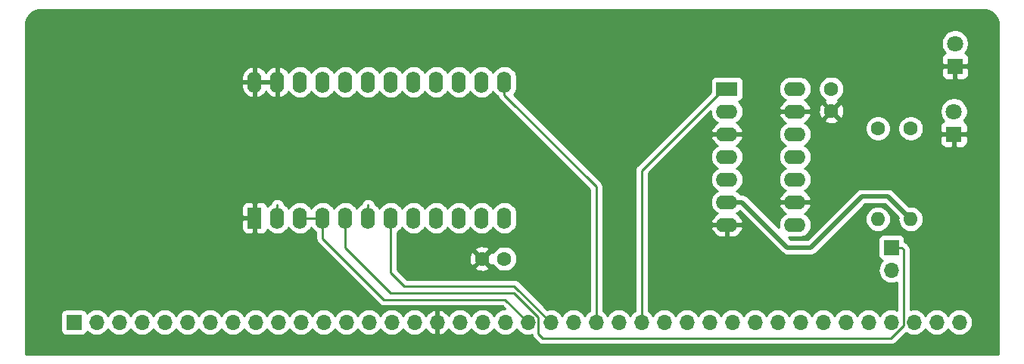
<source format=gbr>
G04 #@! TF.GenerationSoftware,KiCad,Pcbnew,(5.1.2)-2*
G04 #@! TF.CreationDate,2021-09-18T23:43:35+02:00*
G04 #@! TF.ProjectId,aZ80_SIO,615a3830-5f53-4494-9f2e-6b696361645f,rev?*
G04 #@! TF.SameCoordinates,Original*
G04 #@! TF.FileFunction,Copper,L2,Bot*
G04 #@! TF.FilePolarity,Positive*
%FSLAX46Y46*%
G04 Gerber Fmt 4.6, Leading zero omitted, Abs format (unit mm)*
G04 Created by KiCad (PCBNEW (5.1.2)-2) date 2021-09-18 23:43:35*
%MOMM*%
%LPD*%
G04 APERTURE LIST*
%ADD10O,1.600000X1.600000*%
%ADD11C,1.600000*%
%ADD12O,1.600000X2.400000*%
%ADD13R,1.600000X2.400000*%
%ADD14O,2.400000X1.600000*%
%ADD15R,2.400000X1.600000*%
%ADD16O,1.700000X1.700000*%
%ADD17R,1.700000X1.700000*%
%ADD18C,1.800000*%
%ADD19R,1.800000X1.800000*%
%ADD20C,0.250000*%
%ADD21C,0.500000*%
%ADD22C,0.254000*%
G04 APERTURE END LIST*
D10*
X178943000Y-98425000D03*
D11*
X178943000Y-88265000D03*
D10*
X182626000Y-98425000D03*
D11*
X182626000Y-88265000D03*
D12*
X109220000Y-83058000D03*
X137160000Y-98298000D03*
X111760000Y-83058000D03*
X134620000Y-98298000D03*
X114300000Y-83058000D03*
X132080000Y-98298000D03*
X116840000Y-83058000D03*
X129540000Y-98298000D03*
X119380000Y-83058000D03*
X127000000Y-98298000D03*
X121920000Y-83058000D03*
X124460000Y-98298000D03*
X124460000Y-83058000D03*
X121920000Y-98298000D03*
X127000000Y-83058000D03*
X119380000Y-98298000D03*
X129540000Y-83058000D03*
X116840000Y-98298000D03*
X132080000Y-83058000D03*
X114300000Y-98298000D03*
X134620000Y-83058000D03*
X111760000Y-98298000D03*
X137160000Y-83058000D03*
D13*
X109220000Y-98298000D03*
D14*
X169672000Y-83820000D03*
X162052000Y-99060000D03*
X169672000Y-86360000D03*
X162052000Y-96520000D03*
X169672000Y-88900000D03*
X162052000Y-93980000D03*
X169672000Y-91440000D03*
X162052000Y-91440000D03*
X169672000Y-93980000D03*
X162052000Y-88900000D03*
X169672000Y-96520000D03*
X162052000Y-86360000D03*
X169672000Y-99060000D03*
D15*
X162052000Y-83820000D03*
D16*
X180467000Y-104140000D03*
D17*
X180467000Y-101600000D03*
D18*
X187579000Y-78740000D03*
D19*
X187579000Y-81280000D03*
D18*
X187452000Y-86360000D03*
D19*
X187452000Y-88900000D03*
D11*
X134660000Y-102870000D03*
X137160000Y-102870000D03*
X173736000Y-86320000D03*
X173736000Y-83820000D03*
D16*
X188060000Y-110000000D03*
X185520000Y-110000000D03*
X182980000Y-110000000D03*
X180440000Y-110000000D03*
X177900000Y-110000000D03*
X175360000Y-110000000D03*
X172820000Y-110000000D03*
X170280000Y-110000000D03*
X167740000Y-110000000D03*
X165200000Y-110000000D03*
X162660000Y-110000000D03*
X160120000Y-110000000D03*
X157580000Y-110000000D03*
X155040000Y-110000000D03*
X152500000Y-110000000D03*
X149960000Y-110000000D03*
X147420000Y-110000000D03*
X144880000Y-110000000D03*
X142340000Y-110000000D03*
X139800000Y-110000000D03*
X137260000Y-110000000D03*
X134720000Y-110000000D03*
X132180000Y-110000000D03*
X129640000Y-110000000D03*
X127100000Y-110000000D03*
X124560000Y-110000000D03*
X122020000Y-110000000D03*
X119480000Y-110000000D03*
X116940000Y-110000000D03*
X114400000Y-110000000D03*
X111860000Y-110000000D03*
X109320000Y-110000000D03*
X106780000Y-110000000D03*
X104240000Y-110000000D03*
X101700000Y-110000000D03*
X99160000Y-110000000D03*
X96620000Y-110000000D03*
X94080000Y-110000000D03*
X91540000Y-110000000D03*
D17*
X89000000Y-110000000D03*
D20*
X111760000Y-98298000D02*
X111760000Y-96848000D01*
X121920000Y-98298000D02*
X121920000Y-96848000D01*
X169272000Y-96520000D02*
X169672000Y-96520000D01*
X152500000Y-108797919D02*
X152500000Y-110000000D01*
X152500000Y-92972000D02*
X152500000Y-108797919D01*
X161652000Y-83820000D02*
X152500000Y-92972000D01*
X162052000Y-83820000D02*
X161652000Y-83820000D01*
X147420000Y-108797919D02*
X147420000Y-110000000D01*
X147420000Y-94768000D02*
X147420000Y-108797919D01*
X137160000Y-84508000D02*
X147420000Y-94768000D01*
X137160000Y-83058000D02*
X137160000Y-84508000D01*
X138258000Y-105918000D02*
X142340000Y-110000000D01*
X125984000Y-105918000D02*
X138258000Y-105918000D01*
X124460000Y-98298000D02*
X124460000Y-104394000D01*
X124460000Y-104394000D02*
X125984000Y-105918000D01*
X137242000Y-107442000D02*
X123698000Y-107442000D01*
X139800000Y-110000000D02*
X137242000Y-107442000D01*
X116840000Y-100584000D02*
X116840000Y-98298000D01*
X123698000Y-107442000D02*
X116840000Y-100584000D01*
X116840000Y-98298000D02*
X114300000Y-98298000D01*
X119380000Y-98298000D02*
X119380000Y-101600000D01*
X119380000Y-101600000D02*
X124460000Y-106680000D01*
X140975001Y-109435999D02*
X140975001Y-111257001D01*
X124460000Y-106680000D02*
X138219002Y-106680000D01*
X138219002Y-106680000D02*
X140975001Y-109435999D01*
X140975001Y-111257001D02*
X141478000Y-111760000D01*
X181567000Y-101600000D02*
X180467000Y-101600000D01*
X181804999Y-101837999D02*
X181567000Y-101600000D01*
X181804999Y-110374003D02*
X181804999Y-101837999D01*
X180419002Y-111760000D02*
X181804999Y-110374003D01*
X141478000Y-111760000D02*
X180419002Y-111760000D01*
X162052000Y-96520000D02*
X163502000Y-96520000D01*
D21*
X180086000Y-95885000D02*
X182626000Y-98425000D01*
X177165000Y-95885000D02*
X180086000Y-95885000D01*
X171450000Y-101600000D02*
X177165000Y-95885000D01*
X168832000Y-101600000D02*
X171450000Y-101600000D01*
X162052000Y-96520000D02*
X163752000Y-96520000D01*
X163752000Y-96520000D02*
X168832000Y-101600000D01*
D22*
G36*
X190625973Y-74954997D02*
G01*
X191008006Y-74992455D01*
X191342748Y-75093520D01*
X191651492Y-75257681D01*
X191922471Y-75478687D01*
X192145361Y-75748115D01*
X192311670Y-76055697D01*
X192415072Y-76389736D01*
X192454996Y-76769582D01*
X192445185Y-113581000D01*
X83595000Y-113581000D01*
X83595000Y-109150000D01*
X87511928Y-109150000D01*
X87511928Y-110850000D01*
X87524188Y-110974482D01*
X87560498Y-111094180D01*
X87619463Y-111204494D01*
X87698815Y-111301185D01*
X87795506Y-111380537D01*
X87905820Y-111439502D01*
X88025518Y-111475812D01*
X88150000Y-111488072D01*
X89850000Y-111488072D01*
X89974482Y-111475812D01*
X90094180Y-111439502D01*
X90204494Y-111380537D01*
X90301185Y-111301185D01*
X90380537Y-111204494D01*
X90439502Y-111094180D01*
X90460393Y-111025313D01*
X90484866Y-111055134D01*
X90710986Y-111240706D01*
X90968966Y-111378599D01*
X91248889Y-111463513D01*
X91467050Y-111485000D01*
X91612950Y-111485000D01*
X91831111Y-111463513D01*
X92111034Y-111378599D01*
X92369014Y-111240706D01*
X92595134Y-111055134D01*
X92780706Y-110829014D01*
X92810000Y-110774209D01*
X92839294Y-110829014D01*
X93024866Y-111055134D01*
X93250986Y-111240706D01*
X93508966Y-111378599D01*
X93788889Y-111463513D01*
X94007050Y-111485000D01*
X94152950Y-111485000D01*
X94371111Y-111463513D01*
X94651034Y-111378599D01*
X94909014Y-111240706D01*
X95135134Y-111055134D01*
X95320706Y-110829014D01*
X95350000Y-110774209D01*
X95379294Y-110829014D01*
X95564866Y-111055134D01*
X95790986Y-111240706D01*
X96048966Y-111378599D01*
X96328889Y-111463513D01*
X96547050Y-111485000D01*
X96692950Y-111485000D01*
X96911111Y-111463513D01*
X97191034Y-111378599D01*
X97449014Y-111240706D01*
X97675134Y-111055134D01*
X97860706Y-110829014D01*
X97890000Y-110774209D01*
X97919294Y-110829014D01*
X98104866Y-111055134D01*
X98330986Y-111240706D01*
X98588966Y-111378599D01*
X98868889Y-111463513D01*
X99087050Y-111485000D01*
X99232950Y-111485000D01*
X99451111Y-111463513D01*
X99731034Y-111378599D01*
X99989014Y-111240706D01*
X100215134Y-111055134D01*
X100400706Y-110829014D01*
X100430000Y-110774209D01*
X100459294Y-110829014D01*
X100644866Y-111055134D01*
X100870986Y-111240706D01*
X101128966Y-111378599D01*
X101408889Y-111463513D01*
X101627050Y-111485000D01*
X101772950Y-111485000D01*
X101991111Y-111463513D01*
X102271034Y-111378599D01*
X102529014Y-111240706D01*
X102755134Y-111055134D01*
X102940706Y-110829014D01*
X102970000Y-110774209D01*
X102999294Y-110829014D01*
X103184866Y-111055134D01*
X103410986Y-111240706D01*
X103668966Y-111378599D01*
X103948889Y-111463513D01*
X104167050Y-111485000D01*
X104312950Y-111485000D01*
X104531111Y-111463513D01*
X104811034Y-111378599D01*
X105069014Y-111240706D01*
X105295134Y-111055134D01*
X105480706Y-110829014D01*
X105510000Y-110774209D01*
X105539294Y-110829014D01*
X105724866Y-111055134D01*
X105950986Y-111240706D01*
X106208966Y-111378599D01*
X106488889Y-111463513D01*
X106707050Y-111485000D01*
X106852950Y-111485000D01*
X107071111Y-111463513D01*
X107351034Y-111378599D01*
X107609014Y-111240706D01*
X107835134Y-111055134D01*
X108020706Y-110829014D01*
X108050000Y-110774209D01*
X108079294Y-110829014D01*
X108264866Y-111055134D01*
X108490986Y-111240706D01*
X108748966Y-111378599D01*
X109028889Y-111463513D01*
X109247050Y-111485000D01*
X109392950Y-111485000D01*
X109611111Y-111463513D01*
X109891034Y-111378599D01*
X110149014Y-111240706D01*
X110375134Y-111055134D01*
X110560706Y-110829014D01*
X110590000Y-110774209D01*
X110619294Y-110829014D01*
X110804866Y-111055134D01*
X111030986Y-111240706D01*
X111288966Y-111378599D01*
X111568889Y-111463513D01*
X111787050Y-111485000D01*
X111932950Y-111485000D01*
X112151111Y-111463513D01*
X112431034Y-111378599D01*
X112689014Y-111240706D01*
X112915134Y-111055134D01*
X113100706Y-110829014D01*
X113130000Y-110774209D01*
X113159294Y-110829014D01*
X113344866Y-111055134D01*
X113570986Y-111240706D01*
X113828966Y-111378599D01*
X114108889Y-111463513D01*
X114327050Y-111485000D01*
X114472950Y-111485000D01*
X114691111Y-111463513D01*
X114971034Y-111378599D01*
X115229014Y-111240706D01*
X115455134Y-111055134D01*
X115640706Y-110829014D01*
X115670000Y-110774209D01*
X115699294Y-110829014D01*
X115884866Y-111055134D01*
X116110986Y-111240706D01*
X116368966Y-111378599D01*
X116648889Y-111463513D01*
X116867050Y-111485000D01*
X117012950Y-111485000D01*
X117231111Y-111463513D01*
X117511034Y-111378599D01*
X117769014Y-111240706D01*
X117995134Y-111055134D01*
X118180706Y-110829014D01*
X118210000Y-110774209D01*
X118239294Y-110829014D01*
X118424866Y-111055134D01*
X118650986Y-111240706D01*
X118908966Y-111378599D01*
X119188889Y-111463513D01*
X119407050Y-111485000D01*
X119552950Y-111485000D01*
X119771111Y-111463513D01*
X120051034Y-111378599D01*
X120309014Y-111240706D01*
X120535134Y-111055134D01*
X120720706Y-110829014D01*
X120750000Y-110774209D01*
X120779294Y-110829014D01*
X120964866Y-111055134D01*
X121190986Y-111240706D01*
X121448966Y-111378599D01*
X121728889Y-111463513D01*
X121947050Y-111485000D01*
X122092950Y-111485000D01*
X122311111Y-111463513D01*
X122591034Y-111378599D01*
X122849014Y-111240706D01*
X123075134Y-111055134D01*
X123260706Y-110829014D01*
X123290000Y-110774209D01*
X123319294Y-110829014D01*
X123504866Y-111055134D01*
X123730986Y-111240706D01*
X123988966Y-111378599D01*
X124268889Y-111463513D01*
X124487050Y-111485000D01*
X124632950Y-111485000D01*
X124851111Y-111463513D01*
X125131034Y-111378599D01*
X125389014Y-111240706D01*
X125615134Y-111055134D01*
X125800706Y-110829014D01*
X125830000Y-110774209D01*
X125859294Y-110829014D01*
X126044866Y-111055134D01*
X126270986Y-111240706D01*
X126528966Y-111378599D01*
X126808889Y-111463513D01*
X127027050Y-111485000D01*
X127172950Y-111485000D01*
X127391111Y-111463513D01*
X127671034Y-111378599D01*
X127929014Y-111240706D01*
X128155134Y-111055134D01*
X128340706Y-110829014D01*
X128375201Y-110764477D01*
X128444822Y-110881355D01*
X128639731Y-111097588D01*
X128873080Y-111271641D01*
X129135901Y-111396825D01*
X129283110Y-111441476D01*
X129513000Y-111320155D01*
X129513000Y-110127000D01*
X129493000Y-110127000D01*
X129493000Y-109873000D01*
X129513000Y-109873000D01*
X129513000Y-108679845D01*
X129283110Y-108558524D01*
X129135901Y-108603175D01*
X128873080Y-108728359D01*
X128639731Y-108902412D01*
X128444822Y-109118645D01*
X128375201Y-109235523D01*
X128340706Y-109170986D01*
X128155134Y-108944866D01*
X127929014Y-108759294D01*
X127671034Y-108621401D01*
X127391111Y-108536487D01*
X127172950Y-108515000D01*
X127027050Y-108515000D01*
X126808889Y-108536487D01*
X126528966Y-108621401D01*
X126270986Y-108759294D01*
X126044866Y-108944866D01*
X125859294Y-109170986D01*
X125830000Y-109225791D01*
X125800706Y-109170986D01*
X125615134Y-108944866D01*
X125389014Y-108759294D01*
X125131034Y-108621401D01*
X124851111Y-108536487D01*
X124632950Y-108515000D01*
X124487050Y-108515000D01*
X124268889Y-108536487D01*
X123988966Y-108621401D01*
X123730986Y-108759294D01*
X123504866Y-108944866D01*
X123319294Y-109170986D01*
X123290000Y-109225791D01*
X123260706Y-109170986D01*
X123075134Y-108944866D01*
X122849014Y-108759294D01*
X122591034Y-108621401D01*
X122311111Y-108536487D01*
X122092950Y-108515000D01*
X121947050Y-108515000D01*
X121728889Y-108536487D01*
X121448966Y-108621401D01*
X121190986Y-108759294D01*
X120964866Y-108944866D01*
X120779294Y-109170986D01*
X120750000Y-109225791D01*
X120720706Y-109170986D01*
X120535134Y-108944866D01*
X120309014Y-108759294D01*
X120051034Y-108621401D01*
X119771111Y-108536487D01*
X119552950Y-108515000D01*
X119407050Y-108515000D01*
X119188889Y-108536487D01*
X118908966Y-108621401D01*
X118650986Y-108759294D01*
X118424866Y-108944866D01*
X118239294Y-109170986D01*
X118210000Y-109225791D01*
X118180706Y-109170986D01*
X117995134Y-108944866D01*
X117769014Y-108759294D01*
X117511034Y-108621401D01*
X117231111Y-108536487D01*
X117012950Y-108515000D01*
X116867050Y-108515000D01*
X116648889Y-108536487D01*
X116368966Y-108621401D01*
X116110986Y-108759294D01*
X115884866Y-108944866D01*
X115699294Y-109170986D01*
X115670000Y-109225791D01*
X115640706Y-109170986D01*
X115455134Y-108944866D01*
X115229014Y-108759294D01*
X114971034Y-108621401D01*
X114691111Y-108536487D01*
X114472950Y-108515000D01*
X114327050Y-108515000D01*
X114108889Y-108536487D01*
X113828966Y-108621401D01*
X113570986Y-108759294D01*
X113344866Y-108944866D01*
X113159294Y-109170986D01*
X113130000Y-109225791D01*
X113100706Y-109170986D01*
X112915134Y-108944866D01*
X112689014Y-108759294D01*
X112431034Y-108621401D01*
X112151111Y-108536487D01*
X111932950Y-108515000D01*
X111787050Y-108515000D01*
X111568889Y-108536487D01*
X111288966Y-108621401D01*
X111030986Y-108759294D01*
X110804866Y-108944866D01*
X110619294Y-109170986D01*
X110590000Y-109225791D01*
X110560706Y-109170986D01*
X110375134Y-108944866D01*
X110149014Y-108759294D01*
X109891034Y-108621401D01*
X109611111Y-108536487D01*
X109392950Y-108515000D01*
X109247050Y-108515000D01*
X109028889Y-108536487D01*
X108748966Y-108621401D01*
X108490986Y-108759294D01*
X108264866Y-108944866D01*
X108079294Y-109170986D01*
X108050000Y-109225791D01*
X108020706Y-109170986D01*
X107835134Y-108944866D01*
X107609014Y-108759294D01*
X107351034Y-108621401D01*
X107071111Y-108536487D01*
X106852950Y-108515000D01*
X106707050Y-108515000D01*
X106488889Y-108536487D01*
X106208966Y-108621401D01*
X105950986Y-108759294D01*
X105724866Y-108944866D01*
X105539294Y-109170986D01*
X105510000Y-109225791D01*
X105480706Y-109170986D01*
X105295134Y-108944866D01*
X105069014Y-108759294D01*
X104811034Y-108621401D01*
X104531111Y-108536487D01*
X104312950Y-108515000D01*
X104167050Y-108515000D01*
X103948889Y-108536487D01*
X103668966Y-108621401D01*
X103410986Y-108759294D01*
X103184866Y-108944866D01*
X102999294Y-109170986D01*
X102970000Y-109225791D01*
X102940706Y-109170986D01*
X102755134Y-108944866D01*
X102529014Y-108759294D01*
X102271034Y-108621401D01*
X101991111Y-108536487D01*
X101772950Y-108515000D01*
X101627050Y-108515000D01*
X101408889Y-108536487D01*
X101128966Y-108621401D01*
X100870986Y-108759294D01*
X100644866Y-108944866D01*
X100459294Y-109170986D01*
X100430000Y-109225791D01*
X100400706Y-109170986D01*
X100215134Y-108944866D01*
X99989014Y-108759294D01*
X99731034Y-108621401D01*
X99451111Y-108536487D01*
X99232950Y-108515000D01*
X99087050Y-108515000D01*
X98868889Y-108536487D01*
X98588966Y-108621401D01*
X98330986Y-108759294D01*
X98104866Y-108944866D01*
X97919294Y-109170986D01*
X97890000Y-109225791D01*
X97860706Y-109170986D01*
X97675134Y-108944866D01*
X97449014Y-108759294D01*
X97191034Y-108621401D01*
X96911111Y-108536487D01*
X96692950Y-108515000D01*
X96547050Y-108515000D01*
X96328889Y-108536487D01*
X96048966Y-108621401D01*
X95790986Y-108759294D01*
X95564866Y-108944866D01*
X95379294Y-109170986D01*
X95350000Y-109225791D01*
X95320706Y-109170986D01*
X95135134Y-108944866D01*
X94909014Y-108759294D01*
X94651034Y-108621401D01*
X94371111Y-108536487D01*
X94152950Y-108515000D01*
X94007050Y-108515000D01*
X93788889Y-108536487D01*
X93508966Y-108621401D01*
X93250986Y-108759294D01*
X93024866Y-108944866D01*
X92839294Y-109170986D01*
X92810000Y-109225791D01*
X92780706Y-109170986D01*
X92595134Y-108944866D01*
X92369014Y-108759294D01*
X92111034Y-108621401D01*
X91831111Y-108536487D01*
X91612950Y-108515000D01*
X91467050Y-108515000D01*
X91248889Y-108536487D01*
X90968966Y-108621401D01*
X90710986Y-108759294D01*
X90484866Y-108944866D01*
X90460393Y-108974687D01*
X90439502Y-108905820D01*
X90380537Y-108795506D01*
X90301185Y-108698815D01*
X90204494Y-108619463D01*
X90094180Y-108560498D01*
X89974482Y-108524188D01*
X89850000Y-108511928D01*
X88150000Y-108511928D01*
X88025518Y-108524188D01*
X87905820Y-108560498D01*
X87795506Y-108619463D01*
X87698815Y-108698815D01*
X87619463Y-108795506D01*
X87560498Y-108905820D01*
X87524188Y-109025518D01*
X87511928Y-109150000D01*
X83595000Y-109150000D01*
X83595000Y-99498000D01*
X107781928Y-99498000D01*
X107794188Y-99622482D01*
X107830498Y-99742180D01*
X107889463Y-99852494D01*
X107968815Y-99949185D01*
X108065506Y-100028537D01*
X108175820Y-100087502D01*
X108295518Y-100123812D01*
X108420000Y-100136072D01*
X108934250Y-100133000D01*
X109093000Y-99974250D01*
X109093000Y-98425000D01*
X107943750Y-98425000D01*
X107785000Y-98583750D01*
X107781928Y-99498000D01*
X83595000Y-99498000D01*
X83595000Y-97098000D01*
X107781928Y-97098000D01*
X107785000Y-98012250D01*
X107943750Y-98171000D01*
X109093000Y-98171000D01*
X109093000Y-96621750D01*
X109347000Y-96621750D01*
X109347000Y-98171000D01*
X109367000Y-98171000D01*
X109367000Y-98425000D01*
X109347000Y-98425000D01*
X109347000Y-99974250D01*
X109505750Y-100133000D01*
X110020000Y-100136072D01*
X110144482Y-100123812D01*
X110264180Y-100087502D01*
X110374494Y-100028537D01*
X110471185Y-99949185D01*
X110550537Y-99852494D01*
X110609502Y-99742180D01*
X110645812Y-99622482D01*
X110647581Y-99604517D01*
X110740393Y-99717608D01*
X110958900Y-99896932D01*
X111208193Y-100030182D01*
X111478692Y-100112236D01*
X111760000Y-100139943D01*
X112041309Y-100112236D01*
X112311808Y-100030182D01*
X112561101Y-99896932D01*
X112779608Y-99717608D01*
X112958932Y-99499101D01*
X113030000Y-99366142D01*
X113101068Y-99499101D01*
X113280393Y-99717608D01*
X113498900Y-99896932D01*
X113748193Y-100030182D01*
X114018692Y-100112236D01*
X114300000Y-100139943D01*
X114581309Y-100112236D01*
X114851808Y-100030182D01*
X115101101Y-99896932D01*
X115319608Y-99717608D01*
X115498932Y-99499101D01*
X115570000Y-99366142D01*
X115641068Y-99499101D01*
X115820393Y-99717608D01*
X116038900Y-99896932D01*
X116080000Y-99918901D01*
X116080000Y-100546677D01*
X116076324Y-100584000D01*
X116080000Y-100621322D01*
X116080000Y-100621332D01*
X116090997Y-100732985D01*
X116104777Y-100778411D01*
X116134454Y-100876246D01*
X116205026Y-101008276D01*
X116227944Y-101036201D01*
X116299999Y-101124001D01*
X116329003Y-101147804D01*
X123134200Y-107953002D01*
X123157999Y-107982001D01*
X123186997Y-108005799D01*
X123273724Y-108076974D01*
X123405753Y-108147546D01*
X123549014Y-108191003D01*
X123698000Y-108205677D01*
X123735333Y-108202000D01*
X136927199Y-108202000D01*
X137240199Y-108515000D01*
X137187050Y-108515000D01*
X136968889Y-108536487D01*
X136688966Y-108621401D01*
X136430986Y-108759294D01*
X136204866Y-108944866D01*
X136019294Y-109170986D01*
X135990000Y-109225791D01*
X135960706Y-109170986D01*
X135775134Y-108944866D01*
X135549014Y-108759294D01*
X135291034Y-108621401D01*
X135011111Y-108536487D01*
X134792950Y-108515000D01*
X134647050Y-108515000D01*
X134428889Y-108536487D01*
X134148966Y-108621401D01*
X133890986Y-108759294D01*
X133664866Y-108944866D01*
X133479294Y-109170986D01*
X133450000Y-109225791D01*
X133420706Y-109170986D01*
X133235134Y-108944866D01*
X133009014Y-108759294D01*
X132751034Y-108621401D01*
X132471111Y-108536487D01*
X132252950Y-108515000D01*
X132107050Y-108515000D01*
X131888889Y-108536487D01*
X131608966Y-108621401D01*
X131350986Y-108759294D01*
X131124866Y-108944866D01*
X130939294Y-109170986D01*
X130904799Y-109235523D01*
X130835178Y-109118645D01*
X130640269Y-108902412D01*
X130406920Y-108728359D01*
X130144099Y-108603175D01*
X129996890Y-108558524D01*
X129767000Y-108679845D01*
X129767000Y-109873000D01*
X129787000Y-109873000D01*
X129787000Y-110127000D01*
X129767000Y-110127000D01*
X129767000Y-111320155D01*
X129996890Y-111441476D01*
X130144099Y-111396825D01*
X130406920Y-111271641D01*
X130640269Y-111097588D01*
X130835178Y-110881355D01*
X130904799Y-110764477D01*
X130939294Y-110829014D01*
X131124866Y-111055134D01*
X131350986Y-111240706D01*
X131608966Y-111378599D01*
X131888889Y-111463513D01*
X132107050Y-111485000D01*
X132252950Y-111485000D01*
X132471111Y-111463513D01*
X132751034Y-111378599D01*
X133009014Y-111240706D01*
X133235134Y-111055134D01*
X133420706Y-110829014D01*
X133450000Y-110774209D01*
X133479294Y-110829014D01*
X133664866Y-111055134D01*
X133890986Y-111240706D01*
X134148966Y-111378599D01*
X134428889Y-111463513D01*
X134647050Y-111485000D01*
X134792950Y-111485000D01*
X135011111Y-111463513D01*
X135291034Y-111378599D01*
X135549014Y-111240706D01*
X135775134Y-111055134D01*
X135960706Y-110829014D01*
X135990000Y-110774209D01*
X136019294Y-110829014D01*
X136204866Y-111055134D01*
X136430986Y-111240706D01*
X136688966Y-111378599D01*
X136968889Y-111463513D01*
X137187050Y-111485000D01*
X137332950Y-111485000D01*
X137551111Y-111463513D01*
X137831034Y-111378599D01*
X138089014Y-111240706D01*
X138315134Y-111055134D01*
X138500706Y-110829014D01*
X138530000Y-110774209D01*
X138559294Y-110829014D01*
X138744866Y-111055134D01*
X138970986Y-111240706D01*
X139228966Y-111378599D01*
X139508889Y-111463513D01*
X139727050Y-111485000D01*
X139872950Y-111485000D01*
X140091111Y-111463513D01*
X140230612Y-111421196D01*
X140236764Y-111441476D01*
X140269455Y-111549247D01*
X140340027Y-111681277D01*
X140404633Y-111759999D01*
X140435001Y-111797002D01*
X140463999Y-111820800D01*
X140914196Y-112270997D01*
X140937999Y-112300001D01*
X141011146Y-112360031D01*
X141053723Y-112394974D01*
X141185753Y-112465546D01*
X141329014Y-112509003D01*
X141440667Y-112520000D01*
X141440677Y-112520000D01*
X141477999Y-112523676D01*
X141515322Y-112520000D01*
X180381680Y-112520000D01*
X180419002Y-112523676D01*
X180456324Y-112520000D01*
X180456335Y-112520000D01*
X180567988Y-112509003D01*
X180711249Y-112465546D01*
X180843278Y-112394974D01*
X180959003Y-112300001D01*
X180982806Y-112270997D01*
X182075252Y-111178552D01*
X182150986Y-111240706D01*
X182408966Y-111378599D01*
X182688889Y-111463513D01*
X182907050Y-111485000D01*
X183052950Y-111485000D01*
X183271111Y-111463513D01*
X183551034Y-111378599D01*
X183809014Y-111240706D01*
X184035134Y-111055134D01*
X184220706Y-110829014D01*
X184250000Y-110774209D01*
X184279294Y-110829014D01*
X184464866Y-111055134D01*
X184690986Y-111240706D01*
X184948966Y-111378599D01*
X185228889Y-111463513D01*
X185447050Y-111485000D01*
X185592950Y-111485000D01*
X185811111Y-111463513D01*
X186091034Y-111378599D01*
X186349014Y-111240706D01*
X186575134Y-111055134D01*
X186760706Y-110829014D01*
X186790000Y-110774209D01*
X186819294Y-110829014D01*
X187004866Y-111055134D01*
X187230986Y-111240706D01*
X187488966Y-111378599D01*
X187768889Y-111463513D01*
X187987050Y-111485000D01*
X188132950Y-111485000D01*
X188351111Y-111463513D01*
X188631034Y-111378599D01*
X188889014Y-111240706D01*
X189115134Y-111055134D01*
X189300706Y-110829014D01*
X189438599Y-110571034D01*
X189523513Y-110291111D01*
X189552185Y-110000000D01*
X189523513Y-109708889D01*
X189438599Y-109428966D01*
X189300706Y-109170986D01*
X189115134Y-108944866D01*
X188889014Y-108759294D01*
X188631034Y-108621401D01*
X188351111Y-108536487D01*
X188132950Y-108515000D01*
X187987050Y-108515000D01*
X187768889Y-108536487D01*
X187488966Y-108621401D01*
X187230986Y-108759294D01*
X187004866Y-108944866D01*
X186819294Y-109170986D01*
X186790000Y-109225791D01*
X186760706Y-109170986D01*
X186575134Y-108944866D01*
X186349014Y-108759294D01*
X186091034Y-108621401D01*
X185811111Y-108536487D01*
X185592950Y-108515000D01*
X185447050Y-108515000D01*
X185228889Y-108536487D01*
X184948966Y-108621401D01*
X184690986Y-108759294D01*
X184464866Y-108944866D01*
X184279294Y-109170986D01*
X184250000Y-109225791D01*
X184220706Y-109170986D01*
X184035134Y-108944866D01*
X183809014Y-108759294D01*
X183551034Y-108621401D01*
X183271111Y-108536487D01*
X183052950Y-108515000D01*
X182907050Y-108515000D01*
X182688889Y-108536487D01*
X182564999Y-108574069D01*
X182564999Y-101875321D01*
X182568675Y-101837998D01*
X182564999Y-101800675D01*
X182564999Y-101800666D01*
X182554002Y-101689013D01*
X182510545Y-101545752D01*
X182439973Y-101413723D01*
X182345000Y-101297998D01*
X182316001Y-101274199D01*
X182130803Y-101089002D01*
X182107001Y-101059999D01*
X181991276Y-100965026D01*
X181955072Y-100945674D01*
X181955072Y-100750000D01*
X181942812Y-100625518D01*
X181906502Y-100505820D01*
X181847537Y-100395506D01*
X181768185Y-100298815D01*
X181671494Y-100219463D01*
X181561180Y-100160498D01*
X181441482Y-100124188D01*
X181317000Y-100111928D01*
X179617000Y-100111928D01*
X179492518Y-100124188D01*
X179372820Y-100160498D01*
X179262506Y-100219463D01*
X179165815Y-100298815D01*
X179086463Y-100395506D01*
X179027498Y-100505820D01*
X178991188Y-100625518D01*
X178978928Y-100750000D01*
X178978928Y-102450000D01*
X178991188Y-102574482D01*
X179027498Y-102694180D01*
X179086463Y-102804494D01*
X179165815Y-102901185D01*
X179262506Y-102980537D01*
X179372820Y-103039502D01*
X179441687Y-103060393D01*
X179411866Y-103084866D01*
X179226294Y-103310986D01*
X179088401Y-103568966D01*
X179003487Y-103848889D01*
X178974815Y-104140000D01*
X179003487Y-104431111D01*
X179088401Y-104711034D01*
X179226294Y-104969014D01*
X179411866Y-105195134D01*
X179637986Y-105380706D01*
X179895966Y-105518599D01*
X180175889Y-105603513D01*
X180394050Y-105625000D01*
X180539950Y-105625000D01*
X180758111Y-105603513D01*
X181038034Y-105518599D01*
X181045000Y-105514876D01*
X181044999Y-108639556D01*
X181011034Y-108621401D01*
X180731111Y-108536487D01*
X180512950Y-108515000D01*
X180367050Y-108515000D01*
X180148889Y-108536487D01*
X179868966Y-108621401D01*
X179610986Y-108759294D01*
X179384866Y-108944866D01*
X179199294Y-109170986D01*
X179170000Y-109225791D01*
X179140706Y-109170986D01*
X178955134Y-108944866D01*
X178729014Y-108759294D01*
X178471034Y-108621401D01*
X178191111Y-108536487D01*
X177972950Y-108515000D01*
X177827050Y-108515000D01*
X177608889Y-108536487D01*
X177328966Y-108621401D01*
X177070986Y-108759294D01*
X176844866Y-108944866D01*
X176659294Y-109170986D01*
X176630000Y-109225791D01*
X176600706Y-109170986D01*
X176415134Y-108944866D01*
X176189014Y-108759294D01*
X175931034Y-108621401D01*
X175651111Y-108536487D01*
X175432950Y-108515000D01*
X175287050Y-108515000D01*
X175068889Y-108536487D01*
X174788966Y-108621401D01*
X174530986Y-108759294D01*
X174304866Y-108944866D01*
X174119294Y-109170986D01*
X174090000Y-109225791D01*
X174060706Y-109170986D01*
X173875134Y-108944866D01*
X173649014Y-108759294D01*
X173391034Y-108621401D01*
X173111111Y-108536487D01*
X172892950Y-108515000D01*
X172747050Y-108515000D01*
X172528889Y-108536487D01*
X172248966Y-108621401D01*
X171990986Y-108759294D01*
X171764866Y-108944866D01*
X171579294Y-109170986D01*
X171550000Y-109225791D01*
X171520706Y-109170986D01*
X171335134Y-108944866D01*
X171109014Y-108759294D01*
X170851034Y-108621401D01*
X170571111Y-108536487D01*
X170352950Y-108515000D01*
X170207050Y-108515000D01*
X169988889Y-108536487D01*
X169708966Y-108621401D01*
X169450986Y-108759294D01*
X169224866Y-108944866D01*
X169039294Y-109170986D01*
X169010000Y-109225791D01*
X168980706Y-109170986D01*
X168795134Y-108944866D01*
X168569014Y-108759294D01*
X168311034Y-108621401D01*
X168031111Y-108536487D01*
X167812950Y-108515000D01*
X167667050Y-108515000D01*
X167448889Y-108536487D01*
X167168966Y-108621401D01*
X166910986Y-108759294D01*
X166684866Y-108944866D01*
X166499294Y-109170986D01*
X166470000Y-109225791D01*
X166440706Y-109170986D01*
X166255134Y-108944866D01*
X166029014Y-108759294D01*
X165771034Y-108621401D01*
X165491111Y-108536487D01*
X165272950Y-108515000D01*
X165127050Y-108515000D01*
X164908889Y-108536487D01*
X164628966Y-108621401D01*
X164370986Y-108759294D01*
X164144866Y-108944866D01*
X163959294Y-109170986D01*
X163930000Y-109225791D01*
X163900706Y-109170986D01*
X163715134Y-108944866D01*
X163489014Y-108759294D01*
X163231034Y-108621401D01*
X162951111Y-108536487D01*
X162732950Y-108515000D01*
X162587050Y-108515000D01*
X162368889Y-108536487D01*
X162088966Y-108621401D01*
X161830986Y-108759294D01*
X161604866Y-108944866D01*
X161419294Y-109170986D01*
X161390000Y-109225791D01*
X161360706Y-109170986D01*
X161175134Y-108944866D01*
X160949014Y-108759294D01*
X160691034Y-108621401D01*
X160411111Y-108536487D01*
X160192950Y-108515000D01*
X160047050Y-108515000D01*
X159828889Y-108536487D01*
X159548966Y-108621401D01*
X159290986Y-108759294D01*
X159064866Y-108944866D01*
X158879294Y-109170986D01*
X158850000Y-109225791D01*
X158820706Y-109170986D01*
X158635134Y-108944866D01*
X158409014Y-108759294D01*
X158151034Y-108621401D01*
X157871111Y-108536487D01*
X157652950Y-108515000D01*
X157507050Y-108515000D01*
X157288889Y-108536487D01*
X157008966Y-108621401D01*
X156750986Y-108759294D01*
X156524866Y-108944866D01*
X156339294Y-109170986D01*
X156310000Y-109225791D01*
X156280706Y-109170986D01*
X156095134Y-108944866D01*
X155869014Y-108759294D01*
X155611034Y-108621401D01*
X155331111Y-108536487D01*
X155112950Y-108515000D01*
X154967050Y-108515000D01*
X154748889Y-108536487D01*
X154468966Y-108621401D01*
X154210986Y-108759294D01*
X153984866Y-108944866D01*
X153799294Y-109170986D01*
X153770000Y-109225791D01*
X153740706Y-109170986D01*
X153555134Y-108944866D01*
X153329014Y-108759294D01*
X153260000Y-108722405D01*
X153260000Y-99409039D01*
X160260096Y-99409039D01*
X160277633Y-99491818D01*
X160388285Y-99751646D01*
X160547500Y-99984895D01*
X160749161Y-100182601D01*
X160985517Y-100337166D01*
X161247486Y-100442650D01*
X161525000Y-100495000D01*
X161925000Y-100495000D01*
X161925000Y-99187000D01*
X162179000Y-99187000D01*
X162179000Y-100495000D01*
X162579000Y-100495000D01*
X162856514Y-100442650D01*
X163118483Y-100337166D01*
X163354839Y-100182601D01*
X163556500Y-99984895D01*
X163715715Y-99751646D01*
X163826367Y-99491818D01*
X163843904Y-99409039D01*
X163721915Y-99187000D01*
X162179000Y-99187000D01*
X161925000Y-99187000D01*
X160382085Y-99187000D01*
X160260096Y-99409039D01*
X153260000Y-99409039D01*
X153260000Y-93286801D01*
X155106801Y-91440000D01*
X160210057Y-91440000D01*
X160237764Y-91721309D01*
X160319818Y-91991808D01*
X160453068Y-92241101D01*
X160632392Y-92459608D01*
X160850899Y-92638932D01*
X160983858Y-92710000D01*
X160850899Y-92781068D01*
X160632392Y-92960392D01*
X160453068Y-93178899D01*
X160319818Y-93428192D01*
X160237764Y-93698691D01*
X160210057Y-93980000D01*
X160237764Y-94261309D01*
X160319818Y-94531808D01*
X160453068Y-94781101D01*
X160632392Y-94999608D01*
X160850899Y-95178932D01*
X160983858Y-95250000D01*
X160850899Y-95321068D01*
X160632392Y-95500392D01*
X160453068Y-95718899D01*
X160319818Y-95968192D01*
X160237764Y-96238691D01*
X160210057Y-96520000D01*
X160237764Y-96801309D01*
X160319818Y-97071808D01*
X160453068Y-97321101D01*
X160632392Y-97539608D01*
X160850899Y-97718932D01*
X160978741Y-97787265D01*
X160749161Y-97937399D01*
X160547500Y-98135105D01*
X160388285Y-98368354D01*
X160277633Y-98628182D01*
X160260096Y-98710961D01*
X160382085Y-98933000D01*
X161925000Y-98933000D01*
X161925000Y-98913000D01*
X162179000Y-98913000D01*
X162179000Y-98933000D01*
X163721915Y-98933000D01*
X163843904Y-98710961D01*
X163826367Y-98628182D01*
X163715715Y-98368354D01*
X163556500Y-98135105D01*
X163354839Y-97937399D01*
X163125259Y-97787265D01*
X163253101Y-97718932D01*
X163471608Y-97539608D01*
X163493434Y-97513012D01*
X168175470Y-102195049D01*
X168203183Y-102228817D01*
X168236951Y-102256530D01*
X168236953Y-102256532D01*
X168243950Y-102262274D01*
X168337941Y-102339411D01*
X168491687Y-102421589D01*
X168658510Y-102472195D01*
X168788523Y-102485000D01*
X168788531Y-102485000D01*
X168832000Y-102489281D01*
X168875469Y-102485000D01*
X171406531Y-102485000D01*
X171450000Y-102489281D01*
X171493469Y-102485000D01*
X171493477Y-102485000D01*
X171623490Y-102472195D01*
X171790313Y-102421589D01*
X171944059Y-102339411D01*
X172078817Y-102228817D01*
X172106534Y-102195044D01*
X175876578Y-98425000D01*
X177501057Y-98425000D01*
X177528764Y-98706309D01*
X177610818Y-98976808D01*
X177744068Y-99226101D01*
X177923392Y-99444608D01*
X178141899Y-99623932D01*
X178391192Y-99757182D01*
X178661691Y-99839236D01*
X178872508Y-99860000D01*
X179013492Y-99860000D01*
X179224309Y-99839236D01*
X179494808Y-99757182D01*
X179744101Y-99623932D01*
X179962608Y-99444608D01*
X180141932Y-99226101D01*
X180275182Y-98976808D01*
X180357236Y-98706309D01*
X180384943Y-98425000D01*
X180357236Y-98143691D01*
X180275182Y-97873192D01*
X180141932Y-97623899D01*
X179962608Y-97405392D01*
X179744101Y-97226068D01*
X179494808Y-97092818D01*
X179224309Y-97010764D01*
X179013492Y-96990000D01*
X178872508Y-96990000D01*
X178661691Y-97010764D01*
X178391192Y-97092818D01*
X178141899Y-97226068D01*
X177923392Y-97405392D01*
X177744068Y-97623899D01*
X177610818Y-97873192D01*
X177528764Y-98143691D01*
X177501057Y-98425000D01*
X175876578Y-98425000D01*
X177531579Y-96770000D01*
X179719422Y-96770000D01*
X181201125Y-98251704D01*
X181184057Y-98425000D01*
X181211764Y-98706309D01*
X181293818Y-98976808D01*
X181427068Y-99226101D01*
X181606392Y-99444608D01*
X181824899Y-99623932D01*
X182074192Y-99757182D01*
X182344691Y-99839236D01*
X182555508Y-99860000D01*
X182696492Y-99860000D01*
X182907309Y-99839236D01*
X183177808Y-99757182D01*
X183427101Y-99623932D01*
X183645608Y-99444608D01*
X183824932Y-99226101D01*
X183958182Y-98976808D01*
X184040236Y-98706309D01*
X184067943Y-98425000D01*
X184040236Y-98143691D01*
X183958182Y-97873192D01*
X183824932Y-97623899D01*
X183645608Y-97405392D01*
X183427101Y-97226068D01*
X183177808Y-97092818D01*
X182907309Y-97010764D01*
X182696492Y-96990000D01*
X182555508Y-96990000D01*
X182452704Y-97000125D01*
X180742534Y-95289956D01*
X180714817Y-95256183D01*
X180580059Y-95145589D01*
X180426313Y-95063411D01*
X180259490Y-95012805D01*
X180129477Y-95000000D01*
X180129469Y-95000000D01*
X180086000Y-94995719D01*
X180042531Y-95000000D01*
X177208469Y-95000000D01*
X177165000Y-94995719D01*
X177121531Y-95000000D01*
X177121523Y-95000000D01*
X176991510Y-95012805D01*
X176824686Y-95063411D01*
X176670941Y-95145589D01*
X176569953Y-95228468D01*
X176569951Y-95228470D01*
X176536183Y-95256183D01*
X176508470Y-95289951D01*
X171083422Y-100715000D01*
X169198579Y-100715000D01*
X168943500Y-100459921D01*
X168990691Y-100474236D01*
X169201508Y-100495000D01*
X170142492Y-100495000D01*
X170353309Y-100474236D01*
X170623808Y-100392182D01*
X170873101Y-100258932D01*
X171091608Y-100079608D01*
X171270932Y-99861101D01*
X171404182Y-99611808D01*
X171486236Y-99341309D01*
X171513943Y-99060000D01*
X171486236Y-98778691D01*
X171404182Y-98508192D01*
X171270932Y-98258899D01*
X171091608Y-98040392D01*
X170873101Y-97861068D01*
X170745259Y-97792735D01*
X170974839Y-97642601D01*
X171176500Y-97444895D01*
X171335715Y-97211646D01*
X171446367Y-96951818D01*
X171463904Y-96869039D01*
X171341915Y-96647000D01*
X169799000Y-96647000D01*
X169799000Y-96667000D01*
X169545000Y-96667000D01*
X169545000Y-96647000D01*
X168002085Y-96647000D01*
X167880096Y-96869039D01*
X167897633Y-96951818D01*
X168008285Y-97211646D01*
X168167500Y-97444895D01*
X168369161Y-97642601D01*
X168598741Y-97792735D01*
X168470899Y-97861068D01*
X168252392Y-98040392D01*
X168073068Y-98258899D01*
X167939818Y-98508192D01*
X167857764Y-98778691D01*
X167830057Y-99060000D01*
X167857764Y-99341309D01*
X167872079Y-99388501D01*
X164408534Y-95924956D01*
X164380817Y-95891183D01*
X164246059Y-95780589D01*
X164092313Y-95698411D01*
X163925490Y-95647805D01*
X163795477Y-95635000D01*
X163795469Y-95635000D01*
X163752000Y-95630719D01*
X163708531Y-95635000D01*
X163582078Y-95635000D01*
X163471608Y-95500392D01*
X163253101Y-95321068D01*
X163120142Y-95250000D01*
X163253101Y-95178932D01*
X163471608Y-94999608D01*
X163650932Y-94781101D01*
X163784182Y-94531808D01*
X163866236Y-94261309D01*
X163893943Y-93980000D01*
X163866236Y-93698691D01*
X163784182Y-93428192D01*
X163650932Y-93178899D01*
X163471608Y-92960392D01*
X163253101Y-92781068D01*
X163120142Y-92710000D01*
X163253101Y-92638932D01*
X163471608Y-92459608D01*
X163650932Y-92241101D01*
X163784182Y-91991808D01*
X163866236Y-91721309D01*
X163893943Y-91440000D01*
X163866236Y-91158691D01*
X163784182Y-90888192D01*
X163650932Y-90638899D01*
X163471608Y-90420392D01*
X163253101Y-90241068D01*
X163125259Y-90172735D01*
X163354839Y-90022601D01*
X163556500Y-89824895D01*
X163715715Y-89591646D01*
X163826367Y-89331818D01*
X163843904Y-89249039D01*
X163721915Y-89027000D01*
X162179000Y-89027000D01*
X162179000Y-89047000D01*
X161925000Y-89047000D01*
X161925000Y-89027000D01*
X160382085Y-89027000D01*
X160260096Y-89249039D01*
X160277633Y-89331818D01*
X160388285Y-89591646D01*
X160547500Y-89824895D01*
X160749161Y-90022601D01*
X160978741Y-90172735D01*
X160850899Y-90241068D01*
X160632392Y-90420392D01*
X160453068Y-90638899D01*
X160319818Y-90888192D01*
X160237764Y-91158691D01*
X160210057Y-91440000D01*
X155106801Y-91440000D01*
X157646801Y-88900000D01*
X167830057Y-88900000D01*
X167857764Y-89181309D01*
X167939818Y-89451808D01*
X168073068Y-89701101D01*
X168252392Y-89919608D01*
X168470899Y-90098932D01*
X168603858Y-90170000D01*
X168470899Y-90241068D01*
X168252392Y-90420392D01*
X168073068Y-90638899D01*
X167939818Y-90888192D01*
X167857764Y-91158691D01*
X167830057Y-91440000D01*
X167857764Y-91721309D01*
X167939818Y-91991808D01*
X168073068Y-92241101D01*
X168252392Y-92459608D01*
X168470899Y-92638932D01*
X168603858Y-92710000D01*
X168470899Y-92781068D01*
X168252392Y-92960392D01*
X168073068Y-93178899D01*
X167939818Y-93428192D01*
X167857764Y-93698691D01*
X167830057Y-93980000D01*
X167857764Y-94261309D01*
X167939818Y-94531808D01*
X168073068Y-94781101D01*
X168252392Y-94999608D01*
X168470899Y-95178932D01*
X168598741Y-95247265D01*
X168369161Y-95397399D01*
X168167500Y-95595105D01*
X168008285Y-95828354D01*
X167897633Y-96088182D01*
X167880096Y-96170961D01*
X168002085Y-96393000D01*
X169545000Y-96393000D01*
X169545000Y-96373000D01*
X169799000Y-96373000D01*
X169799000Y-96393000D01*
X171341915Y-96393000D01*
X171463904Y-96170961D01*
X171446367Y-96088182D01*
X171335715Y-95828354D01*
X171176500Y-95595105D01*
X170974839Y-95397399D01*
X170745259Y-95247265D01*
X170873101Y-95178932D01*
X171091608Y-94999608D01*
X171270932Y-94781101D01*
X171404182Y-94531808D01*
X171486236Y-94261309D01*
X171513943Y-93980000D01*
X171486236Y-93698691D01*
X171404182Y-93428192D01*
X171270932Y-93178899D01*
X171091608Y-92960392D01*
X170873101Y-92781068D01*
X170740142Y-92710000D01*
X170873101Y-92638932D01*
X171091608Y-92459608D01*
X171270932Y-92241101D01*
X171404182Y-91991808D01*
X171486236Y-91721309D01*
X171513943Y-91440000D01*
X171486236Y-91158691D01*
X171404182Y-90888192D01*
X171270932Y-90638899D01*
X171091608Y-90420392D01*
X170873101Y-90241068D01*
X170740142Y-90170000D01*
X170873101Y-90098932D01*
X171091608Y-89919608D01*
X171189767Y-89800000D01*
X185913928Y-89800000D01*
X185926188Y-89924482D01*
X185962498Y-90044180D01*
X186021463Y-90154494D01*
X186100815Y-90251185D01*
X186197506Y-90330537D01*
X186307820Y-90389502D01*
X186427518Y-90425812D01*
X186552000Y-90438072D01*
X187166250Y-90435000D01*
X187325000Y-90276250D01*
X187325000Y-89027000D01*
X187579000Y-89027000D01*
X187579000Y-90276250D01*
X187737750Y-90435000D01*
X188352000Y-90438072D01*
X188476482Y-90425812D01*
X188596180Y-90389502D01*
X188706494Y-90330537D01*
X188803185Y-90251185D01*
X188882537Y-90154494D01*
X188941502Y-90044180D01*
X188977812Y-89924482D01*
X188990072Y-89800000D01*
X188987000Y-89185750D01*
X188828250Y-89027000D01*
X187579000Y-89027000D01*
X187325000Y-89027000D01*
X186075750Y-89027000D01*
X185917000Y-89185750D01*
X185913928Y-89800000D01*
X171189767Y-89800000D01*
X171270932Y-89701101D01*
X171404182Y-89451808D01*
X171486236Y-89181309D01*
X171513943Y-88900000D01*
X171486236Y-88618691D01*
X171404182Y-88348192D01*
X171284170Y-88123665D01*
X177508000Y-88123665D01*
X177508000Y-88406335D01*
X177563147Y-88683574D01*
X177671320Y-88944727D01*
X177828363Y-89179759D01*
X178028241Y-89379637D01*
X178263273Y-89536680D01*
X178524426Y-89644853D01*
X178801665Y-89700000D01*
X179084335Y-89700000D01*
X179361574Y-89644853D01*
X179622727Y-89536680D01*
X179857759Y-89379637D01*
X180057637Y-89179759D01*
X180214680Y-88944727D01*
X180322853Y-88683574D01*
X180378000Y-88406335D01*
X180378000Y-88123665D01*
X181191000Y-88123665D01*
X181191000Y-88406335D01*
X181246147Y-88683574D01*
X181354320Y-88944727D01*
X181511363Y-89179759D01*
X181711241Y-89379637D01*
X181946273Y-89536680D01*
X182207426Y-89644853D01*
X182484665Y-89700000D01*
X182767335Y-89700000D01*
X183044574Y-89644853D01*
X183305727Y-89536680D01*
X183540759Y-89379637D01*
X183740637Y-89179759D01*
X183897680Y-88944727D01*
X184005853Y-88683574D01*
X184061000Y-88406335D01*
X184061000Y-88123665D01*
X184036402Y-88000000D01*
X185913928Y-88000000D01*
X185917000Y-88614250D01*
X186075750Y-88773000D01*
X187325000Y-88773000D01*
X187325000Y-88753000D01*
X187579000Y-88753000D01*
X187579000Y-88773000D01*
X188828250Y-88773000D01*
X188987000Y-88614250D01*
X188990072Y-88000000D01*
X188977812Y-87875518D01*
X188941502Y-87755820D01*
X188882537Y-87645506D01*
X188803185Y-87548815D01*
X188706494Y-87469463D01*
X188596180Y-87410498D01*
X188577873Y-87404944D01*
X188644312Y-87338505D01*
X188812299Y-87087095D01*
X188928011Y-86807743D01*
X188987000Y-86511184D01*
X188987000Y-86208816D01*
X188928011Y-85912257D01*
X188812299Y-85632905D01*
X188644312Y-85381495D01*
X188430505Y-85167688D01*
X188179095Y-84999701D01*
X187899743Y-84883989D01*
X187603184Y-84825000D01*
X187300816Y-84825000D01*
X187004257Y-84883989D01*
X186724905Y-84999701D01*
X186473495Y-85167688D01*
X186259688Y-85381495D01*
X186091701Y-85632905D01*
X185975989Y-85912257D01*
X185917000Y-86208816D01*
X185917000Y-86511184D01*
X185975989Y-86807743D01*
X186091701Y-87087095D01*
X186259688Y-87338505D01*
X186326127Y-87404944D01*
X186307820Y-87410498D01*
X186197506Y-87469463D01*
X186100815Y-87548815D01*
X186021463Y-87645506D01*
X185962498Y-87755820D01*
X185926188Y-87875518D01*
X185913928Y-88000000D01*
X184036402Y-88000000D01*
X184005853Y-87846426D01*
X183897680Y-87585273D01*
X183740637Y-87350241D01*
X183540759Y-87150363D01*
X183305727Y-86993320D01*
X183044574Y-86885147D01*
X182767335Y-86830000D01*
X182484665Y-86830000D01*
X182207426Y-86885147D01*
X181946273Y-86993320D01*
X181711241Y-87150363D01*
X181511363Y-87350241D01*
X181354320Y-87585273D01*
X181246147Y-87846426D01*
X181191000Y-88123665D01*
X180378000Y-88123665D01*
X180322853Y-87846426D01*
X180214680Y-87585273D01*
X180057637Y-87350241D01*
X179857759Y-87150363D01*
X179622727Y-86993320D01*
X179361574Y-86885147D01*
X179084335Y-86830000D01*
X178801665Y-86830000D01*
X178524426Y-86885147D01*
X178263273Y-86993320D01*
X178028241Y-87150363D01*
X177828363Y-87350241D01*
X177671320Y-87585273D01*
X177563147Y-87846426D01*
X177508000Y-88123665D01*
X171284170Y-88123665D01*
X171270932Y-88098899D01*
X171091608Y-87880392D01*
X170873101Y-87701068D01*
X170745259Y-87632735D01*
X170974839Y-87482601D01*
X171148136Y-87312702D01*
X172922903Y-87312702D01*
X172994486Y-87556671D01*
X173249996Y-87677571D01*
X173524184Y-87746300D01*
X173806512Y-87760217D01*
X174086130Y-87718787D01*
X174352292Y-87623603D01*
X174477514Y-87556671D01*
X174549097Y-87312702D01*
X173736000Y-86499605D01*
X172922903Y-87312702D01*
X171148136Y-87312702D01*
X171176500Y-87284895D01*
X171335715Y-87051646D01*
X171446367Y-86791818D01*
X171463904Y-86709039D01*
X171341915Y-86487000D01*
X169799000Y-86487000D01*
X169799000Y-86507000D01*
X169545000Y-86507000D01*
X169545000Y-86487000D01*
X168002085Y-86487000D01*
X167880096Y-86709039D01*
X167897633Y-86791818D01*
X168008285Y-87051646D01*
X168167500Y-87284895D01*
X168369161Y-87482601D01*
X168598741Y-87632735D01*
X168470899Y-87701068D01*
X168252392Y-87880392D01*
X168073068Y-88098899D01*
X167939818Y-88348192D01*
X167857764Y-88618691D01*
X167830057Y-88900000D01*
X157646801Y-88900000D01*
X160212598Y-86334204D01*
X160210057Y-86360000D01*
X160237764Y-86641309D01*
X160319818Y-86911808D01*
X160453068Y-87161101D01*
X160632392Y-87379608D01*
X160850899Y-87558932D01*
X160978741Y-87627265D01*
X160749161Y-87777399D01*
X160547500Y-87975105D01*
X160388285Y-88208354D01*
X160277633Y-88468182D01*
X160260096Y-88550961D01*
X160382085Y-88773000D01*
X161925000Y-88773000D01*
X161925000Y-88753000D01*
X162179000Y-88753000D01*
X162179000Y-88773000D01*
X163721915Y-88773000D01*
X163843904Y-88550961D01*
X163826367Y-88468182D01*
X163715715Y-88208354D01*
X163556500Y-87975105D01*
X163354839Y-87777399D01*
X163125259Y-87627265D01*
X163253101Y-87558932D01*
X163471608Y-87379608D01*
X163650932Y-87161101D01*
X163784182Y-86911808D01*
X163866236Y-86641309D01*
X163890937Y-86390512D01*
X172295783Y-86390512D01*
X172337213Y-86670130D01*
X172432397Y-86936292D01*
X172499329Y-87061514D01*
X172743298Y-87133097D01*
X173556395Y-86320000D01*
X173915605Y-86320000D01*
X174728702Y-87133097D01*
X174972671Y-87061514D01*
X175093571Y-86806004D01*
X175162300Y-86531816D01*
X175176217Y-86249488D01*
X175134787Y-85969870D01*
X175039603Y-85703708D01*
X174972671Y-85578486D01*
X174728702Y-85506903D01*
X173915605Y-86320000D01*
X173556395Y-86320000D01*
X172743298Y-85506903D01*
X172499329Y-85578486D01*
X172378429Y-85833996D01*
X172309700Y-86108184D01*
X172295783Y-86390512D01*
X163890937Y-86390512D01*
X163893943Y-86360000D01*
X163866236Y-86078691D01*
X163784182Y-85808192D01*
X163650932Y-85558899D01*
X163471608Y-85340392D01*
X163358518Y-85247581D01*
X163376482Y-85245812D01*
X163496180Y-85209502D01*
X163606494Y-85150537D01*
X163703185Y-85071185D01*
X163782537Y-84974494D01*
X163841502Y-84864180D01*
X163877812Y-84744482D01*
X163890072Y-84620000D01*
X163890072Y-83820000D01*
X167830057Y-83820000D01*
X167857764Y-84101309D01*
X167939818Y-84371808D01*
X168073068Y-84621101D01*
X168252392Y-84839608D01*
X168470899Y-85018932D01*
X168598741Y-85087265D01*
X168369161Y-85237399D01*
X168167500Y-85435105D01*
X168008285Y-85668354D01*
X167897633Y-85928182D01*
X167880096Y-86010961D01*
X168002085Y-86233000D01*
X169545000Y-86233000D01*
X169545000Y-86213000D01*
X169799000Y-86213000D01*
X169799000Y-86233000D01*
X171341915Y-86233000D01*
X171463904Y-86010961D01*
X171446367Y-85928182D01*
X171335715Y-85668354D01*
X171176500Y-85435105D01*
X170974839Y-85237399D01*
X170745259Y-85087265D01*
X170873101Y-85018932D01*
X171091608Y-84839608D01*
X171270932Y-84621101D01*
X171404182Y-84371808D01*
X171486236Y-84101309D01*
X171513943Y-83820000D01*
X171500023Y-83678665D01*
X172301000Y-83678665D01*
X172301000Y-83961335D01*
X172356147Y-84238574D01*
X172464320Y-84499727D01*
X172621363Y-84734759D01*
X172821241Y-84934637D01*
X173021869Y-85068692D01*
X172994486Y-85083329D01*
X172922903Y-85327298D01*
X173736000Y-86140395D01*
X174549097Y-85327298D01*
X174477514Y-85083329D01*
X174448659Y-85069676D01*
X174650759Y-84934637D01*
X174850637Y-84734759D01*
X175007680Y-84499727D01*
X175115853Y-84238574D01*
X175171000Y-83961335D01*
X175171000Y-83678665D01*
X175115853Y-83401426D01*
X175007680Y-83140273D01*
X174850637Y-82905241D01*
X174650759Y-82705363D01*
X174415727Y-82548320D01*
X174154574Y-82440147D01*
X173877335Y-82385000D01*
X173594665Y-82385000D01*
X173317426Y-82440147D01*
X173056273Y-82548320D01*
X172821241Y-82705363D01*
X172621363Y-82905241D01*
X172464320Y-83140273D01*
X172356147Y-83401426D01*
X172301000Y-83678665D01*
X171500023Y-83678665D01*
X171486236Y-83538691D01*
X171404182Y-83268192D01*
X171270932Y-83018899D01*
X171091608Y-82800392D01*
X170873101Y-82621068D01*
X170623808Y-82487818D01*
X170353309Y-82405764D01*
X170142492Y-82385000D01*
X169201508Y-82385000D01*
X168990691Y-82405764D01*
X168720192Y-82487818D01*
X168470899Y-82621068D01*
X168252392Y-82800392D01*
X168073068Y-83018899D01*
X167939818Y-83268192D01*
X167857764Y-83538691D01*
X167830057Y-83820000D01*
X163890072Y-83820000D01*
X163890072Y-83020000D01*
X163877812Y-82895518D01*
X163841502Y-82775820D01*
X163782537Y-82665506D01*
X163703185Y-82568815D01*
X163606494Y-82489463D01*
X163496180Y-82430498D01*
X163376482Y-82394188D01*
X163252000Y-82381928D01*
X160852000Y-82381928D01*
X160727518Y-82394188D01*
X160607820Y-82430498D01*
X160497506Y-82489463D01*
X160400815Y-82568815D01*
X160321463Y-82665506D01*
X160262498Y-82775820D01*
X160226188Y-82895518D01*
X160213928Y-83020000D01*
X160213928Y-84183270D01*
X151989003Y-92408196D01*
X151959999Y-92431999D01*
X151904871Y-92499174D01*
X151865026Y-92547724D01*
X151816274Y-92638932D01*
X151794454Y-92679754D01*
X151750997Y-92823015D01*
X151740000Y-92934668D01*
X151740000Y-92934678D01*
X151736324Y-92972000D01*
X151740000Y-93009322D01*
X151740001Y-108722405D01*
X151670986Y-108759294D01*
X151444866Y-108944866D01*
X151259294Y-109170986D01*
X151230000Y-109225791D01*
X151200706Y-109170986D01*
X151015134Y-108944866D01*
X150789014Y-108759294D01*
X150531034Y-108621401D01*
X150251111Y-108536487D01*
X150032950Y-108515000D01*
X149887050Y-108515000D01*
X149668889Y-108536487D01*
X149388966Y-108621401D01*
X149130986Y-108759294D01*
X148904866Y-108944866D01*
X148719294Y-109170986D01*
X148690000Y-109225791D01*
X148660706Y-109170986D01*
X148475134Y-108944866D01*
X148249014Y-108759294D01*
X148180000Y-108722405D01*
X148180000Y-94805322D01*
X148183676Y-94767999D01*
X148180000Y-94730676D01*
X148180000Y-94730667D01*
X148169003Y-94619014D01*
X148125546Y-94475753D01*
X148054975Y-94343725D01*
X148054974Y-94343723D01*
X147983799Y-94256997D01*
X147960001Y-94227999D01*
X147931004Y-94204202D01*
X138190787Y-84463986D01*
X138358932Y-84259101D01*
X138492182Y-84009808D01*
X138574236Y-83739309D01*
X138595000Y-83528491D01*
X138595000Y-82587508D01*
X138574236Y-82376691D01*
X138514572Y-82180000D01*
X186040928Y-82180000D01*
X186053188Y-82304482D01*
X186089498Y-82424180D01*
X186148463Y-82534494D01*
X186227815Y-82631185D01*
X186324506Y-82710537D01*
X186434820Y-82769502D01*
X186554518Y-82805812D01*
X186679000Y-82818072D01*
X187293250Y-82815000D01*
X187452000Y-82656250D01*
X187452000Y-81407000D01*
X187706000Y-81407000D01*
X187706000Y-82656250D01*
X187864750Y-82815000D01*
X188479000Y-82818072D01*
X188603482Y-82805812D01*
X188723180Y-82769502D01*
X188833494Y-82710537D01*
X188930185Y-82631185D01*
X189009537Y-82534494D01*
X189068502Y-82424180D01*
X189104812Y-82304482D01*
X189117072Y-82180000D01*
X189114000Y-81565750D01*
X188955250Y-81407000D01*
X187706000Y-81407000D01*
X187452000Y-81407000D01*
X186202750Y-81407000D01*
X186044000Y-81565750D01*
X186040928Y-82180000D01*
X138514572Y-82180000D01*
X138492182Y-82106192D01*
X138358932Y-81856899D01*
X138179607Y-81638392D01*
X137961100Y-81459068D01*
X137711807Y-81325818D01*
X137441308Y-81243764D01*
X137160000Y-81216057D01*
X136878691Y-81243764D01*
X136608192Y-81325818D01*
X136358899Y-81459068D01*
X136140392Y-81638393D01*
X135961068Y-81856900D01*
X135890000Y-81989858D01*
X135818932Y-81856899D01*
X135639607Y-81638392D01*
X135421100Y-81459068D01*
X135171807Y-81325818D01*
X134901308Y-81243764D01*
X134620000Y-81216057D01*
X134338691Y-81243764D01*
X134068192Y-81325818D01*
X133818899Y-81459068D01*
X133600392Y-81638393D01*
X133421068Y-81856900D01*
X133350000Y-81989858D01*
X133278932Y-81856899D01*
X133099607Y-81638392D01*
X132881100Y-81459068D01*
X132631807Y-81325818D01*
X132361308Y-81243764D01*
X132080000Y-81216057D01*
X131798691Y-81243764D01*
X131528192Y-81325818D01*
X131278899Y-81459068D01*
X131060392Y-81638393D01*
X130881068Y-81856900D01*
X130810000Y-81989858D01*
X130738932Y-81856899D01*
X130559607Y-81638392D01*
X130341100Y-81459068D01*
X130091807Y-81325818D01*
X129821308Y-81243764D01*
X129540000Y-81216057D01*
X129258691Y-81243764D01*
X128988192Y-81325818D01*
X128738899Y-81459068D01*
X128520392Y-81638393D01*
X128341068Y-81856900D01*
X128270000Y-81989858D01*
X128198932Y-81856899D01*
X128019607Y-81638392D01*
X127801100Y-81459068D01*
X127551807Y-81325818D01*
X127281308Y-81243764D01*
X127000000Y-81216057D01*
X126718691Y-81243764D01*
X126448192Y-81325818D01*
X126198899Y-81459068D01*
X125980392Y-81638393D01*
X125801068Y-81856900D01*
X125730000Y-81989858D01*
X125658932Y-81856899D01*
X125479607Y-81638392D01*
X125261100Y-81459068D01*
X125011807Y-81325818D01*
X124741308Y-81243764D01*
X124460000Y-81216057D01*
X124178691Y-81243764D01*
X123908192Y-81325818D01*
X123658899Y-81459068D01*
X123440392Y-81638393D01*
X123261068Y-81856900D01*
X123190000Y-81989858D01*
X123118932Y-81856899D01*
X122939607Y-81638392D01*
X122721100Y-81459068D01*
X122471807Y-81325818D01*
X122201308Y-81243764D01*
X121920000Y-81216057D01*
X121638691Y-81243764D01*
X121368192Y-81325818D01*
X121118899Y-81459068D01*
X120900392Y-81638393D01*
X120721068Y-81856900D01*
X120650000Y-81989858D01*
X120578932Y-81856899D01*
X120399607Y-81638392D01*
X120181100Y-81459068D01*
X119931807Y-81325818D01*
X119661308Y-81243764D01*
X119380000Y-81216057D01*
X119098691Y-81243764D01*
X118828192Y-81325818D01*
X118578899Y-81459068D01*
X118360392Y-81638393D01*
X118181068Y-81856900D01*
X118110000Y-81989858D01*
X118038932Y-81856899D01*
X117859607Y-81638392D01*
X117641100Y-81459068D01*
X117391807Y-81325818D01*
X117121308Y-81243764D01*
X116840000Y-81216057D01*
X116558691Y-81243764D01*
X116288192Y-81325818D01*
X116038899Y-81459068D01*
X115820392Y-81638393D01*
X115641068Y-81856900D01*
X115570000Y-81989858D01*
X115498932Y-81856899D01*
X115319607Y-81638392D01*
X115101100Y-81459068D01*
X114851807Y-81325818D01*
X114581308Y-81243764D01*
X114300000Y-81216057D01*
X114018691Y-81243764D01*
X113748192Y-81325818D01*
X113498899Y-81459068D01*
X113280392Y-81638393D01*
X113101068Y-81856900D01*
X113032735Y-81984742D01*
X112882601Y-81755161D01*
X112684895Y-81553500D01*
X112451646Y-81394285D01*
X112191818Y-81283633D01*
X112109039Y-81266096D01*
X111887000Y-81388085D01*
X111887000Y-82931000D01*
X111907000Y-82931000D01*
X111907000Y-83185000D01*
X111887000Y-83185000D01*
X111887000Y-84727915D01*
X112109039Y-84849904D01*
X112191818Y-84832367D01*
X112451646Y-84721715D01*
X112684895Y-84562500D01*
X112882601Y-84360839D01*
X113032735Y-84131259D01*
X113101068Y-84259101D01*
X113280393Y-84477608D01*
X113498900Y-84656932D01*
X113748193Y-84790182D01*
X114018692Y-84872236D01*
X114300000Y-84899943D01*
X114581309Y-84872236D01*
X114851808Y-84790182D01*
X115101101Y-84656932D01*
X115319608Y-84477608D01*
X115498932Y-84259101D01*
X115570000Y-84126142D01*
X115641068Y-84259101D01*
X115820393Y-84477608D01*
X116038900Y-84656932D01*
X116288193Y-84790182D01*
X116558692Y-84872236D01*
X116840000Y-84899943D01*
X117121309Y-84872236D01*
X117391808Y-84790182D01*
X117641101Y-84656932D01*
X117859608Y-84477608D01*
X118038932Y-84259101D01*
X118110000Y-84126142D01*
X118181068Y-84259101D01*
X118360393Y-84477608D01*
X118578900Y-84656932D01*
X118828193Y-84790182D01*
X119098692Y-84872236D01*
X119380000Y-84899943D01*
X119661309Y-84872236D01*
X119931808Y-84790182D01*
X120181101Y-84656932D01*
X120399608Y-84477608D01*
X120578932Y-84259101D01*
X120650000Y-84126142D01*
X120721068Y-84259101D01*
X120900393Y-84477608D01*
X121118900Y-84656932D01*
X121368193Y-84790182D01*
X121638692Y-84872236D01*
X121920000Y-84899943D01*
X122201309Y-84872236D01*
X122471808Y-84790182D01*
X122721101Y-84656932D01*
X122939608Y-84477608D01*
X123118932Y-84259101D01*
X123190000Y-84126142D01*
X123261068Y-84259101D01*
X123440393Y-84477608D01*
X123658900Y-84656932D01*
X123908193Y-84790182D01*
X124178692Y-84872236D01*
X124460000Y-84899943D01*
X124741309Y-84872236D01*
X125011808Y-84790182D01*
X125261101Y-84656932D01*
X125479608Y-84477608D01*
X125658932Y-84259101D01*
X125730000Y-84126142D01*
X125801068Y-84259101D01*
X125980393Y-84477608D01*
X126198900Y-84656932D01*
X126448193Y-84790182D01*
X126718692Y-84872236D01*
X127000000Y-84899943D01*
X127281309Y-84872236D01*
X127551808Y-84790182D01*
X127801101Y-84656932D01*
X128019608Y-84477608D01*
X128198932Y-84259101D01*
X128270000Y-84126142D01*
X128341068Y-84259101D01*
X128520393Y-84477608D01*
X128738900Y-84656932D01*
X128988193Y-84790182D01*
X129258692Y-84872236D01*
X129540000Y-84899943D01*
X129821309Y-84872236D01*
X130091808Y-84790182D01*
X130341101Y-84656932D01*
X130559608Y-84477608D01*
X130738932Y-84259101D01*
X130810000Y-84126142D01*
X130881068Y-84259101D01*
X131060393Y-84477608D01*
X131278900Y-84656932D01*
X131528193Y-84790182D01*
X131798692Y-84872236D01*
X132080000Y-84899943D01*
X132361309Y-84872236D01*
X132631808Y-84790182D01*
X132881101Y-84656932D01*
X133099608Y-84477608D01*
X133278932Y-84259101D01*
X133350000Y-84126142D01*
X133421068Y-84259101D01*
X133600393Y-84477608D01*
X133818900Y-84656932D01*
X134068193Y-84790182D01*
X134338692Y-84872236D01*
X134620000Y-84899943D01*
X134901309Y-84872236D01*
X135171808Y-84790182D01*
X135421101Y-84656932D01*
X135639608Y-84477608D01*
X135818932Y-84259101D01*
X135890000Y-84126142D01*
X135961068Y-84259101D01*
X136140393Y-84477608D01*
X136358900Y-84656932D01*
X136421060Y-84690157D01*
X136454454Y-84800246D01*
X136525026Y-84932276D01*
X136559674Y-84974494D01*
X136620000Y-85048001D01*
X136648998Y-85071799D01*
X146660000Y-95082802D01*
X146660001Y-108722405D01*
X146590986Y-108759294D01*
X146364866Y-108944866D01*
X146179294Y-109170986D01*
X146150000Y-109225791D01*
X146120706Y-109170986D01*
X145935134Y-108944866D01*
X145709014Y-108759294D01*
X145451034Y-108621401D01*
X145171111Y-108536487D01*
X144952950Y-108515000D01*
X144807050Y-108515000D01*
X144588889Y-108536487D01*
X144308966Y-108621401D01*
X144050986Y-108759294D01*
X143824866Y-108944866D01*
X143639294Y-109170986D01*
X143610000Y-109225791D01*
X143580706Y-109170986D01*
X143395134Y-108944866D01*
X143169014Y-108759294D01*
X142911034Y-108621401D01*
X142631111Y-108536487D01*
X142412950Y-108515000D01*
X142267050Y-108515000D01*
X142048889Y-108536487D01*
X141974005Y-108559203D01*
X138821804Y-105407003D01*
X138798001Y-105377999D01*
X138682276Y-105283026D01*
X138550247Y-105212454D01*
X138406986Y-105168997D01*
X138295333Y-105158000D01*
X138295322Y-105158000D01*
X138258000Y-105154324D01*
X138220678Y-105158000D01*
X126298803Y-105158000D01*
X125220000Y-104079199D01*
X125220000Y-103862702D01*
X133846903Y-103862702D01*
X133918486Y-104106671D01*
X134173996Y-104227571D01*
X134448184Y-104296300D01*
X134730512Y-104310217D01*
X135010130Y-104268787D01*
X135276292Y-104173603D01*
X135401514Y-104106671D01*
X135473097Y-103862702D01*
X134660000Y-103049605D01*
X133846903Y-103862702D01*
X125220000Y-103862702D01*
X125220000Y-102940512D01*
X133219783Y-102940512D01*
X133261213Y-103220130D01*
X133356397Y-103486292D01*
X133423329Y-103611514D01*
X133667298Y-103683097D01*
X134480395Y-102870000D01*
X134839605Y-102870000D01*
X135652702Y-103683097D01*
X135896671Y-103611514D01*
X135910324Y-103582659D01*
X136045363Y-103784759D01*
X136245241Y-103984637D01*
X136480273Y-104141680D01*
X136741426Y-104249853D01*
X137018665Y-104305000D01*
X137301335Y-104305000D01*
X137578574Y-104249853D01*
X137839727Y-104141680D01*
X138074759Y-103984637D01*
X138274637Y-103784759D01*
X138431680Y-103549727D01*
X138539853Y-103288574D01*
X138595000Y-103011335D01*
X138595000Y-102728665D01*
X138539853Y-102451426D01*
X138431680Y-102190273D01*
X138274637Y-101955241D01*
X138074759Y-101755363D01*
X137839727Y-101598320D01*
X137578574Y-101490147D01*
X137301335Y-101435000D01*
X137018665Y-101435000D01*
X136741426Y-101490147D01*
X136480273Y-101598320D01*
X136245241Y-101755363D01*
X136045363Y-101955241D01*
X135911308Y-102155869D01*
X135896671Y-102128486D01*
X135652702Y-102056903D01*
X134839605Y-102870000D01*
X134480395Y-102870000D01*
X133667298Y-102056903D01*
X133423329Y-102128486D01*
X133302429Y-102383996D01*
X133233700Y-102658184D01*
X133219783Y-102940512D01*
X125220000Y-102940512D01*
X125220000Y-101877298D01*
X133846903Y-101877298D01*
X134660000Y-102690395D01*
X135473097Y-101877298D01*
X135401514Y-101633329D01*
X135146004Y-101512429D01*
X134871816Y-101443700D01*
X134589488Y-101429783D01*
X134309870Y-101471213D01*
X134043708Y-101566397D01*
X133918486Y-101633329D01*
X133846903Y-101877298D01*
X125220000Y-101877298D01*
X125220000Y-99918901D01*
X125261101Y-99896932D01*
X125479608Y-99717608D01*
X125658932Y-99499101D01*
X125730000Y-99366142D01*
X125801068Y-99499101D01*
X125980393Y-99717608D01*
X126198900Y-99896932D01*
X126448193Y-100030182D01*
X126718692Y-100112236D01*
X127000000Y-100139943D01*
X127281309Y-100112236D01*
X127551808Y-100030182D01*
X127801101Y-99896932D01*
X128019608Y-99717608D01*
X128198932Y-99499101D01*
X128270000Y-99366142D01*
X128341068Y-99499101D01*
X128520393Y-99717608D01*
X128738900Y-99896932D01*
X128988193Y-100030182D01*
X129258692Y-100112236D01*
X129540000Y-100139943D01*
X129821309Y-100112236D01*
X130091808Y-100030182D01*
X130341101Y-99896932D01*
X130559608Y-99717608D01*
X130738932Y-99499101D01*
X130810000Y-99366142D01*
X130881068Y-99499101D01*
X131060393Y-99717608D01*
X131278900Y-99896932D01*
X131528193Y-100030182D01*
X131798692Y-100112236D01*
X132080000Y-100139943D01*
X132361309Y-100112236D01*
X132631808Y-100030182D01*
X132881101Y-99896932D01*
X133099608Y-99717608D01*
X133278932Y-99499101D01*
X133350000Y-99366142D01*
X133421068Y-99499101D01*
X133600393Y-99717608D01*
X133818900Y-99896932D01*
X134068193Y-100030182D01*
X134338692Y-100112236D01*
X134620000Y-100139943D01*
X134901309Y-100112236D01*
X135171808Y-100030182D01*
X135421101Y-99896932D01*
X135639608Y-99717608D01*
X135818932Y-99499101D01*
X135890000Y-99366142D01*
X135961068Y-99499101D01*
X136140393Y-99717608D01*
X136358900Y-99896932D01*
X136608193Y-100030182D01*
X136878692Y-100112236D01*
X137160000Y-100139943D01*
X137441309Y-100112236D01*
X137711808Y-100030182D01*
X137961101Y-99896932D01*
X138179608Y-99717608D01*
X138358932Y-99499101D01*
X138492182Y-99249808D01*
X138574236Y-98979309D01*
X138595000Y-98768491D01*
X138595000Y-97827508D01*
X138574236Y-97616691D01*
X138492182Y-97346192D01*
X138358932Y-97096899D01*
X138179607Y-96878392D01*
X137961100Y-96699068D01*
X137711807Y-96565818D01*
X137441308Y-96483764D01*
X137160000Y-96456057D01*
X136878691Y-96483764D01*
X136608192Y-96565818D01*
X136358899Y-96699068D01*
X136140392Y-96878393D01*
X135961068Y-97096900D01*
X135890000Y-97229858D01*
X135818932Y-97096899D01*
X135639607Y-96878392D01*
X135421100Y-96699068D01*
X135171807Y-96565818D01*
X134901308Y-96483764D01*
X134620000Y-96456057D01*
X134338691Y-96483764D01*
X134068192Y-96565818D01*
X133818899Y-96699068D01*
X133600392Y-96878393D01*
X133421068Y-97096900D01*
X133350000Y-97229858D01*
X133278932Y-97096899D01*
X133099607Y-96878392D01*
X132881100Y-96699068D01*
X132631807Y-96565818D01*
X132361308Y-96483764D01*
X132080000Y-96456057D01*
X131798691Y-96483764D01*
X131528192Y-96565818D01*
X131278899Y-96699068D01*
X131060392Y-96878393D01*
X130881068Y-97096900D01*
X130810000Y-97229858D01*
X130738932Y-97096899D01*
X130559607Y-96878392D01*
X130341100Y-96699068D01*
X130091807Y-96565818D01*
X129821308Y-96483764D01*
X129540000Y-96456057D01*
X129258691Y-96483764D01*
X128988192Y-96565818D01*
X128738899Y-96699068D01*
X128520392Y-96878393D01*
X128341068Y-97096900D01*
X128270000Y-97229858D01*
X128198932Y-97096899D01*
X128019607Y-96878392D01*
X127801100Y-96699068D01*
X127551807Y-96565818D01*
X127281308Y-96483764D01*
X127000000Y-96456057D01*
X126718691Y-96483764D01*
X126448192Y-96565818D01*
X126198899Y-96699068D01*
X125980392Y-96878393D01*
X125801068Y-97096900D01*
X125730000Y-97229858D01*
X125658932Y-97096899D01*
X125479607Y-96878392D01*
X125261100Y-96699068D01*
X125011807Y-96565818D01*
X124741308Y-96483764D01*
X124460000Y-96456057D01*
X124178691Y-96483764D01*
X123908192Y-96565818D01*
X123658899Y-96699068D01*
X123440392Y-96878393D01*
X123261068Y-97096900D01*
X123190000Y-97229858D01*
X123118932Y-97096899D01*
X122939607Y-96878392D01*
X122721100Y-96699068D01*
X122658941Y-96665843D01*
X122625546Y-96555753D01*
X122554974Y-96423724D01*
X122460001Y-96307999D01*
X122344276Y-96213026D01*
X122212247Y-96142454D01*
X122068986Y-96098997D01*
X121920000Y-96084323D01*
X121771015Y-96098997D01*
X121627754Y-96142454D01*
X121495725Y-96213026D01*
X121380000Y-96307999D01*
X121285027Y-96423724D01*
X121214455Y-96555753D01*
X121181060Y-96665842D01*
X121118899Y-96699068D01*
X120900392Y-96878393D01*
X120721068Y-97096900D01*
X120650000Y-97229858D01*
X120578932Y-97096899D01*
X120399607Y-96878392D01*
X120181100Y-96699068D01*
X119931807Y-96565818D01*
X119661308Y-96483764D01*
X119380000Y-96456057D01*
X119098691Y-96483764D01*
X118828192Y-96565818D01*
X118578899Y-96699068D01*
X118360392Y-96878393D01*
X118181068Y-97096900D01*
X118110000Y-97229858D01*
X118038932Y-97096899D01*
X117859607Y-96878392D01*
X117641100Y-96699068D01*
X117391807Y-96565818D01*
X117121308Y-96483764D01*
X116840000Y-96456057D01*
X116558691Y-96483764D01*
X116288192Y-96565818D01*
X116038899Y-96699068D01*
X115820392Y-96878393D01*
X115641068Y-97096900D01*
X115570000Y-97229858D01*
X115498932Y-97096899D01*
X115319607Y-96878392D01*
X115101100Y-96699068D01*
X114851807Y-96565818D01*
X114581308Y-96483764D01*
X114300000Y-96456057D01*
X114018691Y-96483764D01*
X113748192Y-96565818D01*
X113498899Y-96699068D01*
X113280392Y-96878393D01*
X113101068Y-97096900D01*
X113030000Y-97229858D01*
X112958932Y-97096899D01*
X112779607Y-96878392D01*
X112561100Y-96699068D01*
X112498941Y-96665843D01*
X112465546Y-96555753D01*
X112394974Y-96423724D01*
X112300001Y-96307999D01*
X112184276Y-96213026D01*
X112052247Y-96142454D01*
X111908986Y-96098997D01*
X111760000Y-96084323D01*
X111611015Y-96098997D01*
X111467754Y-96142454D01*
X111335725Y-96213026D01*
X111220000Y-96307999D01*
X111125027Y-96423724D01*
X111054455Y-96555753D01*
X111021060Y-96665842D01*
X110958899Y-96699068D01*
X110740392Y-96878393D01*
X110647581Y-96991483D01*
X110645812Y-96973518D01*
X110609502Y-96853820D01*
X110550537Y-96743506D01*
X110471185Y-96646815D01*
X110374494Y-96567463D01*
X110264180Y-96508498D01*
X110144482Y-96472188D01*
X110020000Y-96459928D01*
X109505750Y-96463000D01*
X109347000Y-96621750D01*
X109093000Y-96621750D01*
X108934250Y-96463000D01*
X108420000Y-96459928D01*
X108295518Y-96472188D01*
X108175820Y-96508498D01*
X108065506Y-96567463D01*
X107968815Y-96646815D01*
X107889463Y-96743506D01*
X107830498Y-96853820D01*
X107794188Y-96973518D01*
X107781928Y-97098000D01*
X83595000Y-97098000D01*
X83595000Y-83185000D01*
X107785000Y-83185000D01*
X107785000Y-83585000D01*
X107837350Y-83862514D01*
X107942834Y-84124483D01*
X108097399Y-84360839D01*
X108295105Y-84562500D01*
X108528354Y-84721715D01*
X108788182Y-84832367D01*
X108870961Y-84849904D01*
X109093000Y-84727915D01*
X109093000Y-83185000D01*
X109347000Y-83185000D01*
X109347000Y-84727915D01*
X109569039Y-84849904D01*
X109651818Y-84832367D01*
X109911646Y-84721715D01*
X110144895Y-84562500D01*
X110342601Y-84360839D01*
X110490000Y-84135441D01*
X110637399Y-84360839D01*
X110835105Y-84562500D01*
X111068354Y-84721715D01*
X111328182Y-84832367D01*
X111410961Y-84849904D01*
X111633000Y-84727915D01*
X111633000Y-83185000D01*
X109347000Y-83185000D01*
X109093000Y-83185000D01*
X107785000Y-83185000D01*
X83595000Y-83185000D01*
X83595000Y-82531000D01*
X107785000Y-82531000D01*
X107785000Y-82931000D01*
X109093000Y-82931000D01*
X109093000Y-81388085D01*
X109347000Y-81388085D01*
X109347000Y-82931000D01*
X111633000Y-82931000D01*
X111633000Y-81388085D01*
X111410961Y-81266096D01*
X111328182Y-81283633D01*
X111068354Y-81394285D01*
X110835105Y-81553500D01*
X110637399Y-81755161D01*
X110490000Y-81980559D01*
X110342601Y-81755161D01*
X110144895Y-81553500D01*
X109911646Y-81394285D01*
X109651818Y-81283633D01*
X109569039Y-81266096D01*
X109347000Y-81388085D01*
X109093000Y-81388085D01*
X108870961Y-81266096D01*
X108788182Y-81283633D01*
X108528354Y-81394285D01*
X108295105Y-81553500D01*
X108097399Y-81755161D01*
X107942834Y-81991517D01*
X107837350Y-82253486D01*
X107785000Y-82531000D01*
X83595000Y-82531000D01*
X83595000Y-80380000D01*
X186040928Y-80380000D01*
X186044000Y-80994250D01*
X186202750Y-81153000D01*
X187452000Y-81153000D01*
X187452000Y-81133000D01*
X187706000Y-81133000D01*
X187706000Y-81153000D01*
X188955250Y-81153000D01*
X189114000Y-80994250D01*
X189117072Y-80380000D01*
X189104812Y-80255518D01*
X189068502Y-80135820D01*
X189009537Y-80025506D01*
X188930185Y-79928815D01*
X188833494Y-79849463D01*
X188723180Y-79790498D01*
X188704873Y-79784944D01*
X188771312Y-79718505D01*
X188939299Y-79467095D01*
X189055011Y-79187743D01*
X189114000Y-78891184D01*
X189114000Y-78588816D01*
X189055011Y-78292257D01*
X188939299Y-78012905D01*
X188771312Y-77761495D01*
X188557505Y-77547688D01*
X188306095Y-77379701D01*
X188026743Y-77263989D01*
X187730184Y-77205000D01*
X187427816Y-77205000D01*
X187131257Y-77263989D01*
X186851905Y-77379701D01*
X186600495Y-77547688D01*
X186386688Y-77761495D01*
X186218701Y-78012905D01*
X186102989Y-78292257D01*
X186044000Y-78588816D01*
X186044000Y-78891184D01*
X186102989Y-79187743D01*
X186218701Y-79467095D01*
X186386688Y-79718505D01*
X186453127Y-79784944D01*
X186434820Y-79790498D01*
X186324506Y-79849463D01*
X186227815Y-79928815D01*
X186148463Y-80025506D01*
X186089498Y-80135820D01*
X186053188Y-80255518D01*
X186040928Y-80380000D01*
X83595000Y-80380000D01*
X83595000Y-76783991D01*
X83632645Y-76400054D01*
X83734276Y-76063439D01*
X83899353Y-75752973D01*
X84121591Y-75480482D01*
X84392518Y-75256352D01*
X84701825Y-75089110D01*
X85037725Y-74985132D01*
X85419543Y-74945001D01*
X190625973Y-74954997D01*
X190625973Y-74954997D01*
G37*
X190625973Y-74954997D02*
X191008006Y-74992455D01*
X191342748Y-75093520D01*
X191651492Y-75257681D01*
X191922471Y-75478687D01*
X192145361Y-75748115D01*
X192311670Y-76055697D01*
X192415072Y-76389736D01*
X192454996Y-76769582D01*
X192445185Y-113581000D01*
X83595000Y-113581000D01*
X83595000Y-109150000D01*
X87511928Y-109150000D01*
X87511928Y-110850000D01*
X87524188Y-110974482D01*
X87560498Y-111094180D01*
X87619463Y-111204494D01*
X87698815Y-111301185D01*
X87795506Y-111380537D01*
X87905820Y-111439502D01*
X88025518Y-111475812D01*
X88150000Y-111488072D01*
X89850000Y-111488072D01*
X89974482Y-111475812D01*
X90094180Y-111439502D01*
X90204494Y-111380537D01*
X90301185Y-111301185D01*
X90380537Y-111204494D01*
X90439502Y-111094180D01*
X90460393Y-111025313D01*
X90484866Y-111055134D01*
X90710986Y-111240706D01*
X90968966Y-111378599D01*
X91248889Y-111463513D01*
X91467050Y-111485000D01*
X91612950Y-111485000D01*
X91831111Y-111463513D01*
X92111034Y-111378599D01*
X92369014Y-111240706D01*
X92595134Y-111055134D01*
X92780706Y-110829014D01*
X92810000Y-110774209D01*
X92839294Y-110829014D01*
X93024866Y-111055134D01*
X93250986Y-111240706D01*
X93508966Y-111378599D01*
X93788889Y-111463513D01*
X94007050Y-111485000D01*
X94152950Y-111485000D01*
X94371111Y-111463513D01*
X94651034Y-111378599D01*
X94909014Y-111240706D01*
X95135134Y-111055134D01*
X95320706Y-110829014D01*
X95350000Y-110774209D01*
X95379294Y-110829014D01*
X95564866Y-111055134D01*
X95790986Y-111240706D01*
X96048966Y-111378599D01*
X96328889Y-111463513D01*
X96547050Y-111485000D01*
X96692950Y-111485000D01*
X96911111Y-111463513D01*
X97191034Y-111378599D01*
X97449014Y-111240706D01*
X97675134Y-111055134D01*
X97860706Y-110829014D01*
X97890000Y-110774209D01*
X97919294Y-110829014D01*
X98104866Y-111055134D01*
X98330986Y-111240706D01*
X98588966Y-111378599D01*
X98868889Y-111463513D01*
X99087050Y-111485000D01*
X99232950Y-111485000D01*
X99451111Y-111463513D01*
X99731034Y-111378599D01*
X99989014Y-111240706D01*
X100215134Y-111055134D01*
X100400706Y-110829014D01*
X100430000Y-110774209D01*
X100459294Y-110829014D01*
X100644866Y-111055134D01*
X100870986Y-111240706D01*
X101128966Y-111378599D01*
X101408889Y-111463513D01*
X101627050Y-111485000D01*
X101772950Y-111485000D01*
X101991111Y-111463513D01*
X102271034Y-111378599D01*
X102529014Y-111240706D01*
X102755134Y-111055134D01*
X102940706Y-110829014D01*
X102970000Y-110774209D01*
X102999294Y-110829014D01*
X103184866Y-111055134D01*
X103410986Y-111240706D01*
X103668966Y-111378599D01*
X103948889Y-111463513D01*
X104167050Y-111485000D01*
X104312950Y-111485000D01*
X104531111Y-111463513D01*
X104811034Y-111378599D01*
X105069014Y-111240706D01*
X105295134Y-111055134D01*
X105480706Y-110829014D01*
X105510000Y-110774209D01*
X105539294Y-110829014D01*
X105724866Y-111055134D01*
X105950986Y-111240706D01*
X106208966Y-111378599D01*
X106488889Y-111463513D01*
X106707050Y-111485000D01*
X106852950Y-111485000D01*
X107071111Y-111463513D01*
X107351034Y-111378599D01*
X107609014Y-111240706D01*
X107835134Y-111055134D01*
X108020706Y-110829014D01*
X108050000Y-110774209D01*
X108079294Y-110829014D01*
X108264866Y-111055134D01*
X108490986Y-111240706D01*
X108748966Y-111378599D01*
X109028889Y-111463513D01*
X109247050Y-111485000D01*
X109392950Y-111485000D01*
X109611111Y-111463513D01*
X109891034Y-111378599D01*
X110149014Y-111240706D01*
X110375134Y-111055134D01*
X110560706Y-110829014D01*
X110590000Y-110774209D01*
X110619294Y-110829014D01*
X110804866Y-111055134D01*
X111030986Y-111240706D01*
X111288966Y-111378599D01*
X111568889Y-111463513D01*
X111787050Y-111485000D01*
X111932950Y-111485000D01*
X112151111Y-111463513D01*
X112431034Y-111378599D01*
X112689014Y-111240706D01*
X112915134Y-111055134D01*
X113100706Y-110829014D01*
X113130000Y-110774209D01*
X113159294Y-110829014D01*
X113344866Y-111055134D01*
X113570986Y-111240706D01*
X113828966Y-111378599D01*
X114108889Y-111463513D01*
X114327050Y-111485000D01*
X114472950Y-111485000D01*
X114691111Y-111463513D01*
X114971034Y-111378599D01*
X115229014Y-111240706D01*
X115455134Y-111055134D01*
X115640706Y-110829014D01*
X115670000Y-110774209D01*
X115699294Y-110829014D01*
X115884866Y-111055134D01*
X116110986Y-111240706D01*
X116368966Y-111378599D01*
X116648889Y-111463513D01*
X116867050Y-111485000D01*
X117012950Y-111485000D01*
X117231111Y-111463513D01*
X117511034Y-111378599D01*
X117769014Y-111240706D01*
X117995134Y-111055134D01*
X118180706Y-110829014D01*
X118210000Y-110774209D01*
X118239294Y-110829014D01*
X118424866Y-111055134D01*
X118650986Y-111240706D01*
X118908966Y-111378599D01*
X119188889Y-111463513D01*
X119407050Y-111485000D01*
X119552950Y-111485000D01*
X119771111Y-111463513D01*
X120051034Y-111378599D01*
X120309014Y-111240706D01*
X120535134Y-111055134D01*
X120720706Y-110829014D01*
X120750000Y-110774209D01*
X120779294Y-110829014D01*
X120964866Y-111055134D01*
X121190986Y-111240706D01*
X121448966Y-111378599D01*
X121728889Y-111463513D01*
X121947050Y-111485000D01*
X122092950Y-111485000D01*
X122311111Y-111463513D01*
X122591034Y-111378599D01*
X122849014Y-111240706D01*
X123075134Y-111055134D01*
X123260706Y-110829014D01*
X123290000Y-110774209D01*
X123319294Y-110829014D01*
X123504866Y-111055134D01*
X123730986Y-111240706D01*
X123988966Y-111378599D01*
X124268889Y-111463513D01*
X124487050Y-111485000D01*
X124632950Y-111485000D01*
X124851111Y-111463513D01*
X125131034Y-111378599D01*
X125389014Y-111240706D01*
X125615134Y-111055134D01*
X125800706Y-110829014D01*
X125830000Y-110774209D01*
X125859294Y-110829014D01*
X126044866Y-111055134D01*
X126270986Y-111240706D01*
X126528966Y-111378599D01*
X126808889Y-111463513D01*
X127027050Y-111485000D01*
X127172950Y-111485000D01*
X127391111Y-111463513D01*
X127671034Y-111378599D01*
X127929014Y-111240706D01*
X128155134Y-111055134D01*
X128340706Y-110829014D01*
X128375201Y-110764477D01*
X128444822Y-110881355D01*
X128639731Y-111097588D01*
X128873080Y-111271641D01*
X129135901Y-111396825D01*
X129283110Y-111441476D01*
X129513000Y-111320155D01*
X129513000Y-110127000D01*
X129493000Y-110127000D01*
X129493000Y-109873000D01*
X129513000Y-109873000D01*
X129513000Y-108679845D01*
X129283110Y-108558524D01*
X129135901Y-108603175D01*
X128873080Y-108728359D01*
X128639731Y-108902412D01*
X128444822Y-109118645D01*
X128375201Y-109235523D01*
X128340706Y-109170986D01*
X128155134Y-108944866D01*
X127929014Y-108759294D01*
X127671034Y-108621401D01*
X127391111Y-108536487D01*
X127172950Y-108515000D01*
X127027050Y-108515000D01*
X126808889Y-108536487D01*
X126528966Y-108621401D01*
X126270986Y-108759294D01*
X126044866Y-108944866D01*
X125859294Y-109170986D01*
X125830000Y-109225791D01*
X125800706Y-109170986D01*
X125615134Y-108944866D01*
X125389014Y-108759294D01*
X125131034Y-108621401D01*
X124851111Y-108536487D01*
X124632950Y-108515000D01*
X124487050Y-108515000D01*
X124268889Y-108536487D01*
X123988966Y-108621401D01*
X123730986Y-108759294D01*
X123504866Y-108944866D01*
X123319294Y-109170986D01*
X123290000Y-109225791D01*
X123260706Y-109170986D01*
X123075134Y-108944866D01*
X122849014Y-108759294D01*
X122591034Y-108621401D01*
X122311111Y-108536487D01*
X122092950Y-108515000D01*
X121947050Y-108515000D01*
X121728889Y-108536487D01*
X121448966Y-108621401D01*
X121190986Y-108759294D01*
X120964866Y-108944866D01*
X120779294Y-109170986D01*
X120750000Y-109225791D01*
X120720706Y-109170986D01*
X120535134Y-108944866D01*
X120309014Y-108759294D01*
X120051034Y-108621401D01*
X119771111Y-108536487D01*
X119552950Y-108515000D01*
X119407050Y-108515000D01*
X119188889Y-108536487D01*
X118908966Y-108621401D01*
X118650986Y-108759294D01*
X118424866Y-108944866D01*
X118239294Y-109170986D01*
X118210000Y-109225791D01*
X118180706Y-109170986D01*
X117995134Y-108944866D01*
X117769014Y-108759294D01*
X117511034Y-108621401D01*
X117231111Y-108536487D01*
X117012950Y-108515000D01*
X116867050Y-108515000D01*
X116648889Y-108536487D01*
X116368966Y-108621401D01*
X116110986Y-108759294D01*
X115884866Y-108944866D01*
X115699294Y-109170986D01*
X115670000Y-109225791D01*
X115640706Y-109170986D01*
X115455134Y-108944866D01*
X115229014Y-108759294D01*
X114971034Y-108621401D01*
X114691111Y-108536487D01*
X114472950Y-108515000D01*
X114327050Y-108515000D01*
X114108889Y-108536487D01*
X113828966Y-108621401D01*
X113570986Y-108759294D01*
X113344866Y-108944866D01*
X113159294Y-109170986D01*
X113130000Y-109225791D01*
X113100706Y-109170986D01*
X112915134Y-108944866D01*
X112689014Y-108759294D01*
X112431034Y-108621401D01*
X112151111Y-108536487D01*
X111932950Y-108515000D01*
X111787050Y-108515000D01*
X111568889Y-108536487D01*
X111288966Y-108621401D01*
X111030986Y-108759294D01*
X110804866Y-108944866D01*
X110619294Y-109170986D01*
X110590000Y-109225791D01*
X110560706Y-109170986D01*
X110375134Y-108944866D01*
X110149014Y-108759294D01*
X109891034Y-108621401D01*
X109611111Y-108536487D01*
X109392950Y-108515000D01*
X109247050Y-108515000D01*
X109028889Y-108536487D01*
X108748966Y-108621401D01*
X108490986Y-108759294D01*
X108264866Y-108944866D01*
X108079294Y-109170986D01*
X108050000Y-109225791D01*
X108020706Y-109170986D01*
X107835134Y-108944866D01*
X107609014Y-108759294D01*
X107351034Y-108621401D01*
X107071111Y-108536487D01*
X106852950Y-108515000D01*
X106707050Y-108515000D01*
X106488889Y-108536487D01*
X106208966Y-108621401D01*
X105950986Y-108759294D01*
X105724866Y-108944866D01*
X105539294Y-109170986D01*
X105510000Y-109225791D01*
X105480706Y-109170986D01*
X105295134Y-108944866D01*
X105069014Y-108759294D01*
X104811034Y-108621401D01*
X104531111Y-108536487D01*
X104312950Y-108515000D01*
X104167050Y-108515000D01*
X103948889Y-108536487D01*
X103668966Y-108621401D01*
X103410986Y-108759294D01*
X103184866Y-108944866D01*
X102999294Y-109170986D01*
X102970000Y-109225791D01*
X102940706Y-109170986D01*
X102755134Y-108944866D01*
X102529014Y-108759294D01*
X102271034Y-108621401D01*
X101991111Y-108536487D01*
X101772950Y-108515000D01*
X101627050Y-108515000D01*
X101408889Y-108536487D01*
X101128966Y-108621401D01*
X100870986Y-108759294D01*
X100644866Y-108944866D01*
X100459294Y-109170986D01*
X100430000Y-109225791D01*
X100400706Y-109170986D01*
X100215134Y-108944866D01*
X99989014Y-108759294D01*
X99731034Y-108621401D01*
X99451111Y-108536487D01*
X99232950Y-108515000D01*
X99087050Y-108515000D01*
X98868889Y-108536487D01*
X98588966Y-108621401D01*
X98330986Y-108759294D01*
X98104866Y-108944866D01*
X97919294Y-109170986D01*
X97890000Y-109225791D01*
X97860706Y-109170986D01*
X97675134Y-108944866D01*
X97449014Y-108759294D01*
X97191034Y-108621401D01*
X96911111Y-108536487D01*
X96692950Y-108515000D01*
X96547050Y-108515000D01*
X96328889Y-108536487D01*
X96048966Y-108621401D01*
X95790986Y-108759294D01*
X95564866Y-108944866D01*
X95379294Y-109170986D01*
X95350000Y-109225791D01*
X95320706Y-109170986D01*
X95135134Y-108944866D01*
X94909014Y-108759294D01*
X94651034Y-108621401D01*
X94371111Y-108536487D01*
X94152950Y-108515000D01*
X94007050Y-108515000D01*
X93788889Y-108536487D01*
X93508966Y-108621401D01*
X93250986Y-108759294D01*
X93024866Y-108944866D01*
X92839294Y-109170986D01*
X92810000Y-109225791D01*
X92780706Y-109170986D01*
X92595134Y-108944866D01*
X92369014Y-108759294D01*
X92111034Y-108621401D01*
X91831111Y-108536487D01*
X91612950Y-108515000D01*
X91467050Y-108515000D01*
X91248889Y-108536487D01*
X90968966Y-108621401D01*
X90710986Y-108759294D01*
X90484866Y-108944866D01*
X90460393Y-108974687D01*
X90439502Y-108905820D01*
X90380537Y-108795506D01*
X90301185Y-108698815D01*
X90204494Y-108619463D01*
X90094180Y-108560498D01*
X89974482Y-108524188D01*
X89850000Y-108511928D01*
X88150000Y-108511928D01*
X88025518Y-108524188D01*
X87905820Y-108560498D01*
X87795506Y-108619463D01*
X87698815Y-108698815D01*
X87619463Y-108795506D01*
X87560498Y-108905820D01*
X87524188Y-109025518D01*
X87511928Y-109150000D01*
X83595000Y-109150000D01*
X83595000Y-99498000D01*
X107781928Y-99498000D01*
X107794188Y-99622482D01*
X107830498Y-99742180D01*
X107889463Y-99852494D01*
X107968815Y-99949185D01*
X108065506Y-100028537D01*
X108175820Y-100087502D01*
X108295518Y-100123812D01*
X108420000Y-100136072D01*
X108934250Y-100133000D01*
X109093000Y-99974250D01*
X109093000Y-98425000D01*
X107943750Y-98425000D01*
X107785000Y-98583750D01*
X107781928Y-99498000D01*
X83595000Y-99498000D01*
X83595000Y-97098000D01*
X107781928Y-97098000D01*
X107785000Y-98012250D01*
X107943750Y-98171000D01*
X109093000Y-98171000D01*
X109093000Y-96621750D01*
X109347000Y-96621750D01*
X109347000Y-98171000D01*
X109367000Y-98171000D01*
X109367000Y-98425000D01*
X109347000Y-98425000D01*
X109347000Y-99974250D01*
X109505750Y-100133000D01*
X110020000Y-100136072D01*
X110144482Y-100123812D01*
X110264180Y-100087502D01*
X110374494Y-100028537D01*
X110471185Y-99949185D01*
X110550537Y-99852494D01*
X110609502Y-99742180D01*
X110645812Y-99622482D01*
X110647581Y-99604517D01*
X110740393Y-99717608D01*
X110958900Y-99896932D01*
X111208193Y-100030182D01*
X111478692Y-100112236D01*
X111760000Y-100139943D01*
X112041309Y-100112236D01*
X112311808Y-100030182D01*
X112561101Y-99896932D01*
X112779608Y-99717608D01*
X112958932Y-99499101D01*
X113030000Y-99366142D01*
X113101068Y-99499101D01*
X113280393Y-99717608D01*
X113498900Y-99896932D01*
X113748193Y-100030182D01*
X114018692Y-100112236D01*
X114300000Y-100139943D01*
X114581309Y-100112236D01*
X114851808Y-100030182D01*
X115101101Y-99896932D01*
X115319608Y-99717608D01*
X115498932Y-99499101D01*
X115570000Y-99366142D01*
X115641068Y-99499101D01*
X115820393Y-99717608D01*
X116038900Y-99896932D01*
X116080000Y-99918901D01*
X116080000Y-100546677D01*
X116076324Y-100584000D01*
X116080000Y-100621322D01*
X116080000Y-100621332D01*
X116090997Y-100732985D01*
X116104777Y-100778411D01*
X116134454Y-100876246D01*
X116205026Y-101008276D01*
X116227944Y-101036201D01*
X116299999Y-101124001D01*
X116329003Y-101147804D01*
X123134200Y-107953002D01*
X123157999Y-107982001D01*
X123186997Y-108005799D01*
X123273724Y-108076974D01*
X123405753Y-108147546D01*
X123549014Y-108191003D01*
X123698000Y-108205677D01*
X123735333Y-108202000D01*
X136927199Y-108202000D01*
X137240199Y-108515000D01*
X137187050Y-108515000D01*
X136968889Y-108536487D01*
X136688966Y-108621401D01*
X136430986Y-108759294D01*
X136204866Y-108944866D01*
X136019294Y-109170986D01*
X135990000Y-109225791D01*
X135960706Y-109170986D01*
X135775134Y-108944866D01*
X135549014Y-108759294D01*
X135291034Y-108621401D01*
X135011111Y-108536487D01*
X134792950Y-108515000D01*
X134647050Y-108515000D01*
X134428889Y-108536487D01*
X134148966Y-108621401D01*
X133890986Y-108759294D01*
X133664866Y-108944866D01*
X133479294Y-109170986D01*
X133450000Y-109225791D01*
X133420706Y-109170986D01*
X133235134Y-108944866D01*
X133009014Y-108759294D01*
X132751034Y-108621401D01*
X132471111Y-108536487D01*
X132252950Y-108515000D01*
X132107050Y-108515000D01*
X131888889Y-108536487D01*
X131608966Y-108621401D01*
X131350986Y-108759294D01*
X131124866Y-108944866D01*
X130939294Y-109170986D01*
X130904799Y-109235523D01*
X130835178Y-109118645D01*
X130640269Y-108902412D01*
X130406920Y-108728359D01*
X130144099Y-108603175D01*
X129996890Y-108558524D01*
X129767000Y-108679845D01*
X129767000Y-109873000D01*
X129787000Y-109873000D01*
X129787000Y-110127000D01*
X129767000Y-110127000D01*
X129767000Y-111320155D01*
X129996890Y-111441476D01*
X130144099Y-111396825D01*
X130406920Y-111271641D01*
X130640269Y-111097588D01*
X130835178Y-110881355D01*
X130904799Y-110764477D01*
X130939294Y-110829014D01*
X131124866Y-111055134D01*
X131350986Y-111240706D01*
X131608966Y-111378599D01*
X131888889Y-111463513D01*
X132107050Y-111485000D01*
X132252950Y-111485000D01*
X132471111Y-111463513D01*
X132751034Y-111378599D01*
X133009014Y-111240706D01*
X133235134Y-111055134D01*
X133420706Y-110829014D01*
X133450000Y-110774209D01*
X133479294Y-110829014D01*
X133664866Y-111055134D01*
X133890986Y-111240706D01*
X134148966Y-111378599D01*
X134428889Y-111463513D01*
X134647050Y-111485000D01*
X134792950Y-111485000D01*
X135011111Y-111463513D01*
X135291034Y-111378599D01*
X135549014Y-111240706D01*
X135775134Y-111055134D01*
X135960706Y-110829014D01*
X135990000Y-110774209D01*
X136019294Y-110829014D01*
X136204866Y-111055134D01*
X136430986Y-111240706D01*
X136688966Y-111378599D01*
X136968889Y-111463513D01*
X137187050Y-111485000D01*
X137332950Y-111485000D01*
X137551111Y-111463513D01*
X137831034Y-111378599D01*
X138089014Y-111240706D01*
X138315134Y-111055134D01*
X138500706Y-110829014D01*
X138530000Y-110774209D01*
X138559294Y-110829014D01*
X138744866Y-111055134D01*
X138970986Y-111240706D01*
X139228966Y-111378599D01*
X139508889Y-111463513D01*
X139727050Y-111485000D01*
X139872950Y-111485000D01*
X140091111Y-111463513D01*
X140230612Y-111421196D01*
X140236764Y-111441476D01*
X140269455Y-111549247D01*
X140340027Y-111681277D01*
X140404633Y-111759999D01*
X140435001Y-111797002D01*
X140463999Y-111820800D01*
X140914196Y-112270997D01*
X140937999Y-112300001D01*
X141011146Y-112360031D01*
X141053723Y-112394974D01*
X141185753Y-112465546D01*
X141329014Y-112509003D01*
X141440667Y-112520000D01*
X141440677Y-112520000D01*
X141477999Y-112523676D01*
X141515322Y-112520000D01*
X180381680Y-112520000D01*
X180419002Y-112523676D01*
X180456324Y-112520000D01*
X180456335Y-112520000D01*
X180567988Y-112509003D01*
X180711249Y-112465546D01*
X180843278Y-112394974D01*
X180959003Y-112300001D01*
X180982806Y-112270997D01*
X182075252Y-111178552D01*
X182150986Y-111240706D01*
X182408966Y-111378599D01*
X182688889Y-111463513D01*
X182907050Y-111485000D01*
X183052950Y-111485000D01*
X183271111Y-111463513D01*
X183551034Y-111378599D01*
X183809014Y-111240706D01*
X184035134Y-111055134D01*
X184220706Y-110829014D01*
X184250000Y-110774209D01*
X184279294Y-110829014D01*
X184464866Y-111055134D01*
X184690986Y-111240706D01*
X184948966Y-111378599D01*
X185228889Y-111463513D01*
X185447050Y-111485000D01*
X185592950Y-111485000D01*
X185811111Y-111463513D01*
X186091034Y-111378599D01*
X186349014Y-111240706D01*
X186575134Y-111055134D01*
X186760706Y-110829014D01*
X186790000Y-110774209D01*
X186819294Y-110829014D01*
X187004866Y-111055134D01*
X187230986Y-111240706D01*
X187488966Y-111378599D01*
X187768889Y-111463513D01*
X187987050Y-111485000D01*
X188132950Y-111485000D01*
X188351111Y-111463513D01*
X188631034Y-111378599D01*
X188889014Y-111240706D01*
X189115134Y-111055134D01*
X189300706Y-110829014D01*
X189438599Y-110571034D01*
X189523513Y-110291111D01*
X189552185Y-110000000D01*
X189523513Y-109708889D01*
X189438599Y-109428966D01*
X189300706Y-109170986D01*
X189115134Y-108944866D01*
X188889014Y-108759294D01*
X188631034Y-108621401D01*
X188351111Y-108536487D01*
X188132950Y-108515000D01*
X187987050Y-108515000D01*
X187768889Y-108536487D01*
X187488966Y-108621401D01*
X187230986Y-108759294D01*
X187004866Y-108944866D01*
X186819294Y-109170986D01*
X186790000Y-109225791D01*
X186760706Y-109170986D01*
X186575134Y-108944866D01*
X186349014Y-108759294D01*
X186091034Y-108621401D01*
X185811111Y-108536487D01*
X185592950Y-108515000D01*
X185447050Y-108515000D01*
X185228889Y-108536487D01*
X184948966Y-108621401D01*
X184690986Y-108759294D01*
X184464866Y-108944866D01*
X184279294Y-109170986D01*
X184250000Y-109225791D01*
X184220706Y-109170986D01*
X184035134Y-108944866D01*
X183809014Y-108759294D01*
X183551034Y-108621401D01*
X183271111Y-108536487D01*
X183052950Y-108515000D01*
X182907050Y-108515000D01*
X182688889Y-108536487D01*
X182564999Y-108574069D01*
X182564999Y-101875321D01*
X182568675Y-101837998D01*
X182564999Y-101800675D01*
X182564999Y-101800666D01*
X182554002Y-101689013D01*
X182510545Y-101545752D01*
X182439973Y-101413723D01*
X182345000Y-101297998D01*
X182316001Y-101274199D01*
X182130803Y-101089002D01*
X182107001Y-101059999D01*
X181991276Y-100965026D01*
X181955072Y-100945674D01*
X181955072Y-100750000D01*
X181942812Y-100625518D01*
X181906502Y-100505820D01*
X181847537Y-100395506D01*
X181768185Y-100298815D01*
X181671494Y-100219463D01*
X181561180Y-100160498D01*
X181441482Y-100124188D01*
X181317000Y-100111928D01*
X179617000Y-100111928D01*
X179492518Y-100124188D01*
X179372820Y-100160498D01*
X179262506Y-100219463D01*
X179165815Y-100298815D01*
X179086463Y-100395506D01*
X179027498Y-100505820D01*
X178991188Y-100625518D01*
X178978928Y-100750000D01*
X178978928Y-102450000D01*
X178991188Y-102574482D01*
X179027498Y-102694180D01*
X179086463Y-102804494D01*
X179165815Y-102901185D01*
X179262506Y-102980537D01*
X179372820Y-103039502D01*
X179441687Y-103060393D01*
X179411866Y-103084866D01*
X179226294Y-103310986D01*
X179088401Y-103568966D01*
X179003487Y-103848889D01*
X178974815Y-104140000D01*
X179003487Y-104431111D01*
X179088401Y-104711034D01*
X179226294Y-104969014D01*
X179411866Y-105195134D01*
X179637986Y-105380706D01*
X179895966Y-105518599D01*
X180175889Y-105603513D01*
X180394050Y-105625000D01*
X180539950Y-105625000D01*
X180758111Y-105603513D01*
X181038034Y-105518599D01*
X181045000Y-105514876D01*
X181044999Y-108639556D01*
X181011034Y-108621401D01*
X180731111Y-108536487D01*
X180512950Y-108515000D01*
X180367050Y-108515000D01*
X180148889Y-108536487D01*
X179868966Y-108621401D01*
X179610986Y-108759294D01*
X179384866Y-108944866D01*
X179199294Y-109170986D01*
X179170000Y-109225791D01*
X179140706Y-109170986D01*
X178955134Y-108944866D01*
X178729014Y-108759294D01*
X178471034Y-108621401D01*
X178191111Y-108536487D01*
X177972950Y-108515000D01*
X177827050Y-108515000D01*
X177608889Y-108536487D01*
X177328966Y-108621401D01*
X177070986Y-108759294D01*
X176844866Y-108944866D01*
X176659294Y-109170986D01*
X176630000Y-109225791D01*
X176600706Y-109170986D01*
X176415134Y-108944866D01*
X176189014Y-108759294D01*
X175931034Y-108621401D01*
X175651111Y-108536487D01*
X175432950Y-108515000D01*
X175287050Y-108515000D01*
X175068889Y-108536487D01*
X174788966Y-108621401D01*
X174530986Y-108759294D01*
X174304866Y-108944866D01*
X174119294Y-109170986D01*
X174090000Y-109225791D01*
X174060706Y-109170986D01*
X173875134Y-108944866D01*
X173649014Y-108759294D01*
X173391034Y-108621401D01*
X173111111Y-108536487D01*
X172892950Y-108515000D01*
X172747050Y-108515000D01*
X172528889Y-108536487D01*
X172248966Y-108621401D01*
X171990986Y-108759294D01*
X171764866Y-108944866D01*
X171579294Y-109170986D01*
X171550000Y-109225791D01*
X171520706Y-109170986D01*
X171335134Y-108944866D01*
X171109014Y-108759294D01*
X170851034Y-108621401D01*
X170571111Y-108536487D01*
X170352950Y-108515000D01*
X170207050Y-108515000D01*
X169988889Y-108536487D01*
X169708966Y-108621401D01*
X169450986Y-108759294D01*
X169224866Y-108944866D01*
X169039294Y-109170986D01*
X169010000Y-109225791D01*
X168980706Y-109170986D01*
X168795134Y-108944866D01*
X168569014Y-108759294D01*
X168311034Y-108621401D01*
X168031111Y-108536487D01*
X167812950Y-108515000D01*
X167667050Y-108515000D01*
X167448889Y-108536487D01*
X167168966Y-108621401D01*
X166910986Y-108759294D01*
X166684866Y-108944866D01*
X166499294Y-109170986D01*
X166470000Y-109225791D01*
X166440706Y-109170986D01*
X166255134Y-108944866D01*
X166029014Y-108759294D01*
X165771034Y-108621401D01*
X165491111Y-108536487D01*
X165272950Y-108515000D01*
X165127050Y-108515000D01*
X164908889Y-108536487D01*
X164628966Y-108621401D01*
X164370986Y-108759294D01*
X164144866Y-108944866D01*
X163959294Y-109170986D01*
X163930000Y-109225791D01*
X163900706Y-109170986D01*
X163715134Y-108944866D01*
X163489014Y-108759294D01*
X163231034Y-108621401D01*
X162951111Y-108536487D01*
X162732950Y-108515000D01*
X162587050Y-108515000D01*
X162368889Y-108536487D01*
X162088966Y-108621401D01*
X161830986Y-108759294D01*
X161604866Y-108944866D01*
X161419294Y-109170986D01*
X161390000Y-109225791D01*
X161360706Y-109170986D01*
X161175134Y-108944866D01*
X160949014Y-108759294D01*
X160691034Y-108621401D01*
X160411111Y-108536487D01*
X160192950Y-108515000D01*
X160047050Y-108515000D01*
X159828889Y-108536487D01*
X159548966Y-108621401D01*
X159290986Y-108759294D01*
X159064866Y-108944866D01*
X158879294Y-109170986D01*
X158850000Y-109225791D01*
X158820706Y-109170986D01*
X158635134Y-108944866D01*
X158409014Y-108759294D01*
X158151034Y-108621401D01*
X157871111Y-108536487D01*
X157652950Y-108515000D01*
X157507050Y-108515000D01*
X157288889Y-108536487D01*
X157008966Y-108621401D01*
X156750986Y-108759294D01*
X156524866Y-108944866D01*
X156339294Y-109170986D01*
X156310000Y-109225791D01*
X156280706Y-109170986D01*
X156095134Y-108944866D01*
X155869014Y-108759294D01*
X155611034Y-108621401D01*
X155331111Y-108536487D01*
X155112950Y-108515000D01*
X154967050Y-108515000D01*
X154748889Y-108536487D01*
X154468966Y-108621401D01*
X154210986Y-108759294D01*
X153984866Y-108944866D01*
X153799294Y-109170986D01*
X153770000Y-109225791D01*
X153740706Y-109170986D01*
X153555134Y-108944866D01*
X153329014Y-108759294D01*
X153260000Y-108722405D01*
X153260000Y-99409039D01*
X160260096Y-99409039D01*
X160277633Y-99491818D01*
X160388285Y-99751646D01*
X160547500Y-99984895D01*
X160749161Y-100182601D01*
X160985517Y-100337166D01*
X161247486Y-100442650D01*
X161525000Y-100495000D01*
X161925000Y-100495000D01*
X161925000Y-99187000D01*
X162179000Y-99187000D01*
X162179000Y-100495000D01*
X162579000Y-100495000D01*
X162856514Y-100442650D01*
X163118483Y-100337166D01*
X163354839Y-100182601D01*
X163556500Y-99984895D01*
X163715715Y-99751646D01*
X163826367Y-99491818D01*
X163843904Y-99409039D01*
X163721915Y-99187000D01*
X162179000Y-99187000D01*
X161925000Y-99187000D01*
X160382085Y-99187000D01*
X160260096Y-99409039D01*
X153260000Y-99409039D01*
X153260000Y-93286801D01*
X155106801Y-91440000D01*
X160210057Y-91440000D01*
X160237764Y-91721309D01*
X160319818Y-91991808D01*
X160453068Y-92241101D01*
X160632392Y-92459608D01*
X160850899Y-92638932D01*
X160983858Y-92710000D01*
X160850899Y-92781068D01*
X160632392Y-92960392D01*
X160453068Y-93178899D01*
X160319818Y-93428192D01*
X160237764Y-93698691D01*
X160210057Y-93980000D01*
X160237764Y-94261309D01*
X160319818Y-94531808D01*
X160453068Y-94781101D01*
X160632392Y-94999608D01*
X160850899Y-95178932D01*
X160983858Y-95250000D01*
X160850899Y-95321068D01*
X160632392Y-95500392D01*
X160453068Y-95718899D01*
X160319818Y-95968192D01*
X160237764Y-96238691D01*
X160210057Y-96520000D01*
X160237764Y-96801309D01*
X160319818Y-97071808D01*
X160453068Y-97321101D01*
X160632392Y-97539608D01*
X160850899Y-97718932D01*
X160978741Y-97787265D01*
X160749161Y-97937399D01*
X160547500Y-98135105D01*
X160388285Y-98368354D01*
X160277633Y-98628182D01*
X160260096Y-98710961D01*
X160382085Y-98933000D01*
X161925000Y-98933000D01*
X161925000Y-98913000D01*
X162179000Y-98913000D01*
X162179000Y-98933000D01*
X163721915Y-98933000D01*
X163843904Y-98710961D01*
X163826367Y-98628182D01*
X163715715Y-98368354D01*
X163556500Y-98135105D01*
X163354839Y-97937399D01*
X163125259Y-97787265D01*
X163253101Y-97718932D01*
X163471608Y-97539608D01*
X163493434Y-97513012D01*
X168175470Y-102195049D01*
X168203183Y-102228817D01*
X168236951Y-102256530D01*
X168236953Y-102256532D01*
X168243950Y-102262274D01*
X168337941Y-102339411D01*
X168491687Y-102421589D01*
X168658510Y-102472195D01*
X168788523Y-102485000D01*
X168788531Y-102485000D01*
X168832000Y-102489281D01*
X168875469Y-102485000D01*
X171406531Y-102485000D01*
X171450000Y-102489281D01*
X171493469Y-102485000D01*
X171493477Y-102485000D01*
X171623490Y-102472195D01*
X171790313Y-102421589D01*
X171944059Y-102339411D01*
X172078817Y-102228817D01*
X172106534Y-102195044D01*
X175876578Y-98425000D01*
X177501057Y-98425000D01*
X177528764Y-98706309D01*
X177610818Y-98976808D01*
X177744068Y-99226101D01*
X177923392Y-99444608D01*
X178141899Y-99623932D01*
X178391192Y-99757182D01*
X178661691Y-99839236D01*
X178872508Y-99860000D01*
X179013492Y-99860000D01*
X179224309Y-99839236D01*
X179494808Y-99757182D01*
X179744101Y-99623932D01*
X179962608Y-99444608D01*
X180141932Y-99226101D01*
X180275182Y-98976808D01*
X180357236Y-98706309D01*
X180384943Y-98425000D01*
X180357236Y-98143691D01*
X180275182Y-97873192D01*
X180141932Y-97623899D01*
X179962608Y-97405392D01*
X179744101Y-97226068D01*
X179494808Y-97092818D01*
X179224309Y-97010764D01*
X179013492Y-96990000D01*
X178872508Y-96990000D01*
X178661691Y-97010764D01*
X178391192Y-97092818D01*
X178141899Y-97226068D01*
X177923392Y-97405392D01*
X177744068Y-97623899D01*
X177610818Y-97873192D01*
X177528764Y-98143691D01*
X177501057Y-98425000D01*
X175876578Y-98425000D01*
X177531579Y-96770000D01*
X179719422Y-96770000D01*
X181201125Y-98251704D01*
X181184057Y-98425000D01*
X181211764Y-98706309D01*
X181293818Y-98976808D01*
X181427068Y-99226101D01*
X181606392Y-99444608D01*
X181824899Y-99623932D01*
X182074192Y-99757182D01*
X182344691Y-99839236D01*
X182555508Y-99860000D01*
X182696492Y-99860000D01*
X182907309Y-99839236D01*
X183177808Y-99757182D01*
X183427101Y-99623932D01*
X183645608Y-99444608D01*
X183824932Y-99226101D01*
X183958182Y-98976808D01*
X184040236Y-98706309D01*
X184067943Y-98425000D01*
X184040236Y-98143691D01*
X183958182Y-97873192D01*
X183824932Y-97623899D01*
X183645608Y-97405392D01*
X183427101Y-97226068D01*
X183177808Y-97092818D01*
X182907309Y-97010764D01*
X182696492Y-96990000D01*
X182555508Y-96990000D01*
X182452704Y-97000125D01*
X180742534Y-95289956D01*
X180714817Y-95256183D01*
X180580059Y-95145589D01*
X180426313Y-95063411D01*
X180259490Y-95012805D01*
X180129477Y-95000000D01*
X180129469Y-95000000D01*
X180086000Y-94995719D01*
X180042531Y-95000000D01*
X177208469Y-95000000D01*
X177165000Y-94995719D01*
X177121531Y-95000000D01*
X177121523Y-95000000D01*
X176991510Y-95012805D01*
X176824686Y-95063411D01*
X176670941Y-95145589D01*
X176569953Y-95228468D01*
X176569951Y-95228470D01*
X176536183Y-95256183D01*
X176508470Y-95289951D01*
X171083422Y-100715000D01*
X169198579Y-100715000D01*
X168943500Y-100459921D01*
X168990691Y-100474236D01*
X169201508Y-100495000D01*
X170142492Y-100495000D01*
X170353309Y-100474236D01*
X170623808Y-100392182D01*
X170873101Y-100258932D01*
X171091608Y-100079608D01*
X171270932Y-99861101D01*
X171404182Y-99611808D01*
X171486236Y-99341309D01*
X171513943Y-99060000D01*
X171486236Y-98778691D01*
X171404182Y-98508192D01*
X171270932Y-98258899D01*
X171091608Y-98040392D01*
X170873101Y-97861068D01*
X170745259Y-97792735D01*
X170974839Y-97642601D01*
X171176500Y-97444895D01*
X171335715Y-97211646D01*
X171446367Y-96951818D01*
X171463904Y-96869039D01*
X171341915Y-96647000D01*
X169799000Y-96647000D01*
X169799000Y-96667000D01*
X169545000Y-96667000D01*
X169545000Y-96647000D01*
X168002085Y-96647000D01*
X167880096Y-96869039D01*
X167897633Y-96951818D01*
X168008285Y-97211646D01*
X168167500Y-97444895D01*
X168369161Y-97642601D01*
X168598741Y-97792735D01*
X168470899Y-97861068D01*
X168252392Y-98040392D01*
X168073068Y-98258899D01*
X167939818Y-98508192D01*
X167857764Y-98778691D01*
X167830057Y-99060000D01*
X167857764Y-99341309D01*
X167872079Y-99388501D01*
X164408534Y-95924956D01*
X164380817Y-95891183D01*
X164246059Y-95780589D01*
X164092313Y-95698411D01*
X163925490Y-95647805D01*
X163795477Y-95635000D01*
X163795469Y-95635000D01*
X163752000Y-95630719D01*
X163708531Y-95635000D01*
X163582078Y-95635000D01*
X163471608Y-95500392D01*
X163253101Y-95321068D01*
X163120142Y-95250000D01*
X163253101Y-95178932D01*
X163471608Y-94999608D01*
X163650932Y-94781101D01*
X163784182Y-94531808D01*
X163866236Y-94261309D01*
X163893943Y-93980000D01*
X163866236Y-93698691D01*
X163784182Y-93428192D01*
X163650932Y-93178899D01*
X163471608Y-92960392D01*
X163253101Y-92781068D01*
X163120142Y-92710000D01*
X163253101Y-92638932D01*
X163471608Y-92459608D01*
X163650932Y-92241101D01*
X163784182Y-91991808D01*
X163866236Y-91721309D01*
X163893943Y-91440000D01*
X163866236Y-91158691D01*
X163784182Y-90888192D01*
X163650932Y-90638899D01*
X163471608Y-90420392D01*
X163253101Y-90241068D01*
X163125259Y-90172735D01*
X163354839Y-90022601D01*
X163556500Y-89824895D01*
X163715715Y-89591646D01*
X163826367Y-89331818D01*
X163843904Y-89249039D01*
X163721915Y-89027000D01*
X162179000Y-89027000D01*
X162179000Y-89047000D01*
X161925000Y-89047000D01*
X161925000Y-89027000D01*
X160382085Y-89027000D01*
X160260096Y-89249039D01*
X160277633Y-89331818D01*
X160388285Y-89591646D01*
X160547500Y-89824895D01*
X160749161Y-90022601D01*
X160978741Y-90172735D01*
X160850899Y-90241068D01*
X160632392Y-90420392D01*
X160453068Y-90638899D01*
X160319818Y-90888192D01*
X160237764Y-91158691D01*
X160210057Y-91440000D01*
X155106801Y-91440000D01*
X157646801Y-88900000D01*
X167830057Y-88900000D01*
X167857764Y-89181309D01*
X167939818Y-89451808D01*
X168073068Y-89701101D01*
X168252392Y-89919608D01*
X168470899Y-90098932D01*
X168603858Y-90170000D01*
X168470899Y-90241068D01*
X168252392Y-90420392D01*
X168073068Y-90638899D01*
X167939818Y-90888192D01*
X167857764Y-91158691D01*
X167830057Y-91440000D01*
X167857764Y-91721309D01*
X167939818Y-91991808D01*
X168073068Y-92241101D01*
X168252392Y-92459608D01*
X168470899Y-92638932D01*
X168603858Y-92710000D01*
X168470899Y-92781068D01*
X168252392Y-92960392D01*
X168073068Y-93178899D01*
X167939818Y-93428192D01*
X167857764Y-93698691D01*
X167830057Y-93980000D01*
X167857764Y-94261309D01*
X167939818Y-94531808D01*
X168073068Y-94781101D01*
X168252392Y-94999608D01*
X168470899Y-95178932D01*
X168598741Y-95247265D01*
X168369161Y-95397399D01*
X168167500Y-95595105D01*
X168008285Y-95828354D01*
X167897633Y-96088182D01*
X167880096Y-96170961D01*
X168002085Y-96393000D01*
X169545000Y-96393000D01*
X169545000Y-96373000D01*
X169799000Y-96373000D01*
X169799000Y-96393000D01*
X171341915Y-96393000D01*
X171463904Y-96170961D01*
X171446367Y-96088182D01*
X171335715Y-95828354D01*
X171176500Y-95595105D01*
X170974839Y-95397399D01*
X170745259Y-95247265D01*
X170873101Y-95178932D01*
X171091608Y-94999608D01*
X171270932Y-94781101D01*
X171404182Y-94531808D01*
X171486236Y-94261309D01*
X171513943Y-93980000D01*
X171486236Y-93698691D01*
X171404182Y-93428192D01*
X171270932Y-93178899D01*
X171091608Y-92960392D01*
X170873101Y-92781068D01*
X170740142Y-92710000D01*
X170873101Y-92638932D01*
X171091608Y-92459608D01*
X171270932Y-92241101D01*
X171404182Y-91991808D01*
X171486236Y-91721309D01*
X171513943Y-91440000D01*
X171486236Y-91158691D01*
X171404182Y-90888192D01*
X171270932Y-90638899D01*
X171091608Y-90420392D01*
X170873101Y-90241068D01*
X170740142Y-90170000D01*
X170873101Y-90098932D01*
X171091608Y-89919608D01*
X171189767Y-89800000D01*
X185913928Y-89800000D01*
X185926188Y-89924482D01*
X185962498Y-90044180D01*
X186021463Y-90154494D01*
X186100815Y-90251185D01*
X186197506Y-90330537D01*
X186307820Y-90389502D01*
X186427518Y-90425812D01*
X186552000Y-90438072D01*
X187166250Y-90435000D01*
X187325000Y-90276250D01*
X187325000Y-89027000D01*
X187579000Y-89027000D01*
X187579000Y-90276250D01*
X187737750Y-90435000D01*
X188352000Y-90438072D01*
X188476482Y-90425812D01*
X188596180Y-90389502D01*
X188706494Y-90330537D01*
X188803185Y-90251185D01*
X188882537Y-90154494D01*
X188941502Y-90044180D01*
X188977812Y-89924482D01*
X188990072Y-89800000D01*
X188987000Y-89185750D01*
X188828250Y-89027000D01*
X187579000Y-89027000D01*
X187325000Y-89027000D01*
X186075750Y-89027000D01*
X185917000Y-89185750D01*
X185913928Y-89800000D01*
X171189767Y-89800000D01*
X171270932Y-89701101D01*
X171404182Y-89451808D01*
X171486236Y-89181309D01*
X171513943Y-88900000D01*
X171486236Y-88618691D01*
X171404182Y-88348192D01*
X171284170Y-88123665D01*
X177508000Y-88123665D01*
X177508000Y-88406335D01*
X177563147Y-88683574D01*
X177671320Y-88944727D01*
X177828363Y-89179759D01*
X178028241Y-89379637D01*
X178263273Y-89536680D01*
X178524426Y-89644853D01*
X178801665Y-89700000D01*
X179084335Y-89700000D01*
X179361574Y-89644853D01*
X179622727Y-89536680D01*
X179857759Y-89379637D01*
X180057637Y-89179759D01*
X180214680Y-88944727D01*
X180322853Y-88683574D01*
X180378000Y-88406335D01*
X180378000Y-88123665D01*
X181191000Y-88123665D01*
X181191000Y-88406335D01*
X181246147Y-88683574D01*
X181354320Y-88944727D01*
X181511363Y-89179759D01*
X181711241Y-89379637D01*
X181946273Y-89536680D01*
X182207426Y-89644853D01*
X182484665Y-89700000D01*
X182767335Y-89700000D01*
X183044574Y-89644853D01*
X183305727Y-89536680D01*
X183540759Y-89379637D01*
X183740637Y-89179759D01*
X183897680Y-88944727D01*
X184005853Y-88683574D01*
X184061000Y-88406335D01*
X184061000Y-88123665D01*
X184036402Y-88000000D01*
X185913928Y-88000000D01*
X185917000Y-88614250D01*
X186075750Y-88773000D01*
X187325000Y-88773000D01*
X187325000Y-88753000D01*
X187579000Y-88753000D01*
X187579000Y-88773000D01*
X188828250Y-88773000D01*
X188987000Y-88614250D01*
X188990072Y-88000000D01*
X188977812Y-87875518D01*
X188941502Y-87755820D01*
X188882537Y-87645506D01*
X188803185Y-87548815D01*
X188706494Y-87469463D01*
X188596180Y-87410498D01*
X188577873Y-87404944D01*
X188644312Y-87338505D01*
X188812299Y-87087095D01*
X188928011Y-86807743D01*
X188987000Y-86511184D01*
X188987000Y-86208816D01*
X188928011Y-85912257D01*
X188812299Y-85632905D01*
X188644312Y-85381495D01*
X188430505Y-85167688D01*
X188179095Y-84999701D01*
X187899743Y-84883989D01*
X187603184Y-84825000D01*
X187300816Y-84825000D01*
X187004257Y-84883989D01*
X186724905Y-84999701D01*
X186473495Y-85167688D01*
X186259688Y-85381495D01*
X186091701Y-85632905D01*
X185975989Y-85912257D01*
X185917000Y-86208816D01*
X185917000Y-86511184D01*
X185975989Y-86807743D01*
X186091701Y-87087095D01*
X186259688Y-87338505D01*
X186326127Y-87404944D01*
X186307820Y-87410498D01*
X186197506Y-87469463D01*
X186100815Y-87548815D01*
X186021463Y-87645506D01*
X185962498Y-87755820D01*
X185926188Y-87875518D01*
X185913928Y-88000000D01*
X184036402Y-88000000D01*
X184005853Y-87846426D01*
X183897680Y-87585273D01*
X183740637Y-87350241D01*
X183540759Y-87150363D01*
X183305727Y-86993320D01*
X183044574Y-86885147D01*
X182767335Y-86830000D01*
X182484665Y-86830000D01*
X182207426Y-86885147D01*
X181946273Y-86993320D01*
X181711241Y-87150363D01*
X181511363Y-87350241D01*
X181354320Y-87585273D01*
X181246147Y-87846426D01*
X181191000Y-88123665D01*
X180378000Y-88123665D01*
X180322853Y-87846426D01*
X180214680Y-87585273D01*
X180057637Y-87350241D01*
X179857759Y-87150363D01*
X179622727Y-86993320D01*
X179361574Y-86885147D01*
X179084335Y-86830000D01*
X178801665Y-86830000D01*
X178524426Y-86885147D01*
X178263273Y-86993320D01*
X178028241Y-87150363D01*
X177828363Y-87350241D01*
X177671320Y-87585273D01*
X177563147Y-87846426D01*
X177508000Y-88123665D01*
X171284170Y-88123665D01*
X171270932Y-88098899D01*
X171091608Y-87880392D01*
X170873101Y-87701068D01*
X170745259Y-87632735D01*
X170974839Y-87482601D01*
X171148136Y-87312702D01*
X172922903Y-87312702D01*
X172994486Y-87556671D01*
X173249996Y-87677571D01*
X173524184Y-87746300D01*
X173806512Y-87760217D01*
X174086130Y-87718787D01*
X174352292Y-87623603D01*
X174477514Y-87556671D01*
X174549097Y-87312702D01*
X173736000Y-86499605D01*
X172922903Y-87312702D01*
X171148136Y-87312702D01*
X171176500Y-87284895D01*
X171335715Y-87051646D01*
X171446367Y-86791818D01*
X171463904Y-86709039D01*
X171341915Y-86487000D01*
X169799000Y-86487000D01*
X169799000Y-86507000D01*
X169545000Y-86507000D01*
X169545000Y-86487000D01*
X168002085Y-86487000D01*
X167880096Y-86709039D01*
X167897633Y-86791818D01*
X168008285Y-87051646D01*
X168167500Y-87284895D01*
X168369161Y-87482601D01*
X168598741Y-87632735D01*
X168470899Y-87701068D01*
X168252392Y-87880392D01*
X168073068Y-88098899D01*
X167939818Y-88348192D01*
X167857764Y-88618691D01*
X167830057Y-88900000D01*
X157646801Y-88900000D01*
X160212598Y-86334204D01*
X160210057Y-86360000D01*
X160237764Y-86641309D01*
X160319818Y-86911808D01*
X160453068Y-87161101D01*
X160632392Y-87379608D01*
X160850899Y-87558932D01*
X160978741Y-87627265D01*
X160749161Y-87777399D01*
X160547500Y-87975105D01*
X160388285Y-88208354D01*
X160277633Y-88468182D01*
X160260096Y-88550961D01*
X160382085Y-88773000D01*
X161925000Y-88773000D01*
X161925000Y-88753000D01*
X162179000Y-88753000D01*
X162179000Y-88773000D01*
X163721915Y-88773000D01*
X163843904Y-88550961D01*
X163826367Y-88468182D01*
X163715715Y-88208354D01*
X163556500Y-87975105D01*
X163354839Y-87777399D01*
X163125259Y-87627265D01*
X163253101Y-87558932D01*
X163471608Y-87379608D01*
X163650932Y-87161101D01*
X163784182Y-86911808D01*
X163866236Y-86641309D01*
X163890937Y-86390512D01*
X172295783Y-86390512D01*
X172337213Y-86670130D01*
X172432397Y-86936292D01*
X172499329Y-87061514D01*
X172743298Y-87133097D01*
X173556395Y-86320000D01*
X173915605Y-86320000D01*
X174728702Y-87133097D01*
X174972671Y-87061514D01*
X175093571Y-86806004D01*
X175162300Y-86531816D01*
X175176217Y-86249488D01*
X175134787Y-85969870D01*
X175039603Y-85703708D01*
X174972671Y-85578486D01*
X174728702Y-85506903D01*
X173915605Y-86320000D01*
X173556395Y-86320000D01*
X172743298Y-85506903D01*
X172499329Y-85578486D01*
X172378429Y-85833996D01*
X172309700Y-86108184D01*
X172295783Y-86390512D01*
X163890937Y-86390512D01*
X163893943Y-86360000D01*
X163866236Y-86078691D01*
X163784182Y-85808192D01*
X163650932Y-85558899D01*
X163471608Y-85340392D01*
X163358518Y-85247581D01*
X163376482Y-85245812D01*
X163496180Y-85209502D01*
X163606494Y-85150537D01*
X163703185Y-85071185D01*
X163782537Y-84974494D01*
X163841502Y-84864180D01*
X163877812Y-84744482D01*
X163890072Y-84620000D01*
X163890072Y-83820000D01*
X167830057Y-83820000D01*
X167857764Y-84101309D01*
X167939818Y-84371808D01*
X168073068Y-84621101D01*
X168252392Y-84839608D01*
X168470899Y-85018932D01*
X168598741Y-85087265D01*
X168369161Y-85237399D01*
X168167500Y-85435105D01*
X168008285Y-85668354D01*
X167897633Y-85928182D01*
X167880096Y-86010961D01*
X168002085Y-86233000D01*
X169545000Y-86233000D01*
X169545000Y-86213000D01*
X169799000Y-86213000D01*
X169799000Y-86233000D01*
X171341915Y-86233000D01*
X171463904Y-86010961D01*
X171446367Y-85928182D01*
X171335715Y-85668354D01*
X171176500Y-85435105D01*
X170974839Y-85237399D01*
X170745259Y-85087265D01*
X170873101Y-85018932D01*
X171091608Y-84839608D01*
X171270932Y-84621101D01*
X171404182Y-84371808D01*
X171486236Y-84101309D01*
X171513943Y-83820000D01*
X171500023Y-83678665D01*
X172301000Y-83678665D01*
X172301000Y-83961335D01*
X172356147Y-84238574D01*
X172464320Y-84499727D01*
X172621363Y-84734759D01*
X172821241Y-84934637D01*
X173021869Y-85068692D01*
X172994486Y-85083329D01*
X172922903Y-85327298D01*
X173736000Y-86140395D01*
X174549097Y-85327298D01*
X174477514Y-85083329D01*
X174448659Y-85069676D01*
X174650759Y-84934637D01*
X174850637Y-84734759D01*
X175007680Y-84499727D01*
X175115853Y-84238574D01*
X175171000Y-83961335D01*
X175171000Y-83678665D01*
X175115853Y-83401426D01*
X175007680Y-83140273D01*
X174850637Y-82905241D01*
X174650759Y-82705363D01*
X174415727Y-82548320D01*
X174154574Y-82440147D01*
X173877335Y-82385000D01*
X173594665Y-82385000D01*
X173317426Y-82440147D01*
X173056273Y-82548320D01*
X172821241Y-82705363D01*
X172621363Y-82905241D01*
X172464320Y-83140273D01*
X172356147Y-83401426D01*
X172301000Y-83678665D01*
X171500023Y-83678665D01*
X171486236Y-83538691D01*
X171404182Y-83268192D01*
X171270932Y-83018899D01*
X171091608Y-82800392D01*
X170873101Y-82621068D01*
X170623808Y-82487818D01*
X170353309Y-82405764D01*
X170142492Y-82385000D01*
X169201508Y-82385000D01*
X168990691Y-82405764D01*
X168720192Y-82487818D01*
X168470899Y-82621068D01*
X168252392Y-82800392D01*
X168073068Y-83018899D01*
X167939818Y-83268192D01*
X167857764Y-83538691D01*
X167830057Y-83820000D01*
X163890072Y-83820000D01*
X163890072Y-83020000D01*
X163877812Y-82895518D01*
X163841502Y-82775820D01*
X163782537Y-82665506D01*
X163703185Y-82568815D01*
X163606494Y-82489463D01*
X163496180Y-82430498D01*
X163376482Y-82394188D01*
X163252000Y-82381928D01*
X160852000Y-82381928D01*
X160727518Y-82394188D01*
X160607820Y-82430498D01*
X160497506Y-82489463D01*
X160400815Y-82568815D01*
X160321463Y-82665506D01*
X160262498Y-82775820D01*
X160226188Y-82895518D01*
X160213928Y-83020000D01*
X160213928Y-84183270D01*
X151989003Y-92408196D01*
X151959999Y-92431999D01*
X151904871Y-92499174D01*
X151865026Y-92547724D01*
X151816274Y-92638932D01*
X151794454Y-92679754D01*
X151750997Y-92823015D01*
X151740000Y-92934668D01*
X151740000Y-92934678D01*
X151736324Y-92972000D01*
X151740000Y-93009322D01*
X151740001Y-108722405D01*
X151670986Y-108759294D01*
X151444866Y-108944866D01*
X151259294Y-109170986D01*
X151230000Y-109225791D01*
X151200706Y-109170986D01*
X151015134Y-108944866D01*
X150789014Y-108759294D01*
X150531034Y-108621401D01*
X150251111Y-108536487D01*
X150032950Y-108515000D01*
X149887050Y-108515000D01*
X149668889Y-108536487D01*
X149388966Y-108621401D01*
X149130986Y-108759294D01*
X148904866Y-108944866D01*
X148719294Y-109170986D01*
X148690000Y-109225791D01*
X148660706Y-109170986D01*
X148475134Y-108944866D01*
X148249014Y-108759294D01*
X148180000Y-108722405D01*
X148180000Y-94805322D01*
X148183676Y-94767999D01*
X148180000Y-94730676D01*
X148180000Y-94730667D01*
X148169003Y-94619014D01*
X148125546Y-94475753D01*
X148054975Y-94343725D01*
X148054974Y-94343723D01*
X147983799Y-94256997D01*
X147960001Y-94227999D01*
X147931004Y-94204202D01*
X138190787Y-84463986D01*
X138358932Y-84259101D01*
X138492182Y-84009808D01*
X138574236Y-83739309D01*
X138595000Y-83528491D01*
X138595000Y-82587508D01*
X138574236Y-82376691D01*
X138514572Y-82180000D01*
X186040928Y-82180000D01*
X186053188Y-82304482D01*
X186089498Y-82424180D01*
X186148463Y-82534494D01*
X186227815Y-82631185D01*
X186324506Y-82710537D01*
X186434820Y-82769502D01*
X186554518Y-82805812D01*
X186679000Y-82818072D01*
X187293250Y-82815000D01*
X187452000Y-82656250D01*
X187452000Y-81407000D01*
X187706000Y-81407000D01*
X187706000Y-82656250D01*
X187864750Y-82815000D01*
X188479000Y-82818072D01*
X188603482Y-82805812D01*
X188723180Y-82769502D01*
X188833494Y-82710537D01*
X188930185Y-82631185D01*
X189009537Y-82534494D01*
X189068502Y-82424180D01*
X189104812Y-82304482D01*
X189117072Y-82180000D01*
X189114000Y-81565750D01*
X188955250Y-81407000D01*
X187706000Y-81407000D01*
X187452000Y-81407000D01*
X186202750Y-81407000D01*
X186044000Y-81565750D01*
X186040928Y-82180000D01*
X138514572Y-82180000D01*
X138492182Y-82106192D01*
X138358932Y-81856899D01*
X138179607Y-81638392D01*
X137961100Y-81459068D01*
X137711807Y-81325818D01*
X137441308Y-81243764D01*
X137160000Y-81216057D01*
X136878691Y-81243764D01*
X136608192Y-81325818D01*
X136358899Y-81459068D01*
X136140392Y-81638393D01*
X135961068Y-81856900D01*
X135890000Y-81989858D01*
X135818932Y-81856899D01*
X135639607Y-81638392D01*
X135421100Y-81459068D01*
X135171807Y-81325818D01*
X134901308Y-81243764D01*
X134620000Y-81216057D01*
X134338691Y-81243764D01*
X134068192Y-81325818D01*
X133818899Y-81459068D01*
X133600392Y-81638393D01*
X133421068Y-81856900D01*
X133350000Y-81989858D01*
X133278932Y-81856899D01*
X133099607Y-81638392D01*
X132881100Y-81459068D01*
X132631807Y-81325818D01*
X132361308Y-81243764D01*
X132080000Y-81216057D01*
X131798691Y-81243764D01*
X131528192Y-81325818D01*
X131278899Y-81459068D01*
X131060392Y-81638393D01*
X130881068Y-81856900D01*
X130810000Y-81989858D01*
X130738932Y-81856899D01*
X130559607Y-81638392D01*
X130341100Y-81459068D01*
X130091807Y-81325818D01*
X129821308Y-81243764D01*
X129540000Y-81216057D01*
X129258691Y-81243764D01*
X128988192Y-81325818D01*
X128738899Y-81459068D01*
X128520392Y-81638393D01*
X128341068Y-81856900D01*
X128270000Y-81989858D01*
X128198932Y-81856899D01*
X128019607Y-81638392D01*
X127801100Y-81459068D01*
X127551807Y-81325818D01*
X127281308Y-81243764D01*
X127000000Y-81216057D01*
X126718691Y-81243764D01*
X126448192Y-81325818D01*
X126198899Y-81459068D01*
X125980392Y-81638393D01*
X125801068Y-81856900D01*
X125730000Y-81989858D01*
X125658932Y-81856899D01*
X125479607Y-81638392D01*
X125261100Y-81459068D01*
X125011807Y-81325818D01*
X124741308Y-81243764D01*
X124460000Y-81216057D01*
X124178691Y-81243764D01*
X123908192Y-81325818D01*
X123658899Y-81459068D01*
X123440392Y-81638393D01*
X123261068Y-81856900D01*
X123190000Y-81989858D01*
X123118932Y-81856899D01*
X122939607Y-81638392D01*
X122721100Y-81459068D01*
X122471807Y-81325818D01*
X122201308Y-81243764D01*
X121920000Y-81216057D01*
X121638691Y-81243764D01*
X121368192Y-81325818D01*
X121118899Y-81459068D01*
X120900392Y-81638393D01*
X120721068Y-81856900D01*
X120650000Y-81989858D01*
X120578932Y-81856899D01*
X120399607Y-81638392D01*
X120181100Y-81459068D01*
X119931807Y-81325818D01*
X119661308Y-81243764D01*
X119380000Y-81216057D01*
X119098691Y-81243764D01*
X118828192Y-81325818D01*
X118578899Y-81459068D01*
X118360392Y-81638393D01*
X118181068Y-81856900D01*
X118110000Y-81989858D01*
X118038932Y-81856899D01*
X117859607Y-81638392D01*
X117641100Y-81459068D01*
X117391807Y-81325818D01*
X117121308Y-81243764D01*
X116840000Y-81216057D01*
X116558691Y-81243764D01*
X116288192Y-81325818D01*
X116038899Y-81459068D01*
X115820392Y-81638393D01*
X115641068Y-81856900D01*
X115570000Y-81989858D01*
X115498932Y-81856899D01*
X115319607Y-81638392D01*
X115101100Y-81459068D01*
X114851807Y-81325818D01*
X114581308Y-81243764D01*
X114300000Y-81216057D01*
X114018691Y-81243764D01*
X113748192Y-81325818D01*
X113498899Y-81459068D01*
X113280392Y-81638393D01*
X113101068Y-81856900D01*
X113032735Y-81984742D01*
X112882601Y-81755161D01*
X112684895Y-81553500D01*
X112451646Y-81394285D01*
X112191818Y-81283633D01*
X112109039Y-81266096D01*
X111887000Y-81388085D01*
X111887000Y-82931000D01*
X111907000Y-82931000D01*
X111907000Y-83185000D01*
X111887000Y-83185000D01*
X111887000Y-84727915D01*
X112109039Y-84849904D01*
X112191818Y-84832367D01*
X112451646Y-84721715D01*
X112684895Y-84562500D01*
X112882601Y-84360839D01*
X113032735Y-84131259D01*
X113101068Y-84259101D01*
X113280393Y-84477608D01*
X113498900Y-84656932D01*
X113748193Y-84790182D01*
X114018692Y-84872236D01*
X114300000Y-84899943D01*
X114581309Y-84872236D01*
X114851808Y-84790182D01*
X115101101Y-84656932D01*
X115319608Y-84477608D01*
X115498932Y-84259101D01*
X115570000Y-84126142D01*
X115641068Y-84259101D01*
X115820393Y-84477608D01*
X116038900Y-84656932D01*
X116288193Y-84790182D01*
X116558692Y-84872236D01*
X116840000Y-84899943D01*
X117121309Y-84872236D01*
X117391808Y-84790182D01*
X117641101Y-84656932D01*
X117859608Y-84477608D01*
X118038932Y-84259101D01*
X118110000Y-84126142D01*
X118181068Y-84259101D01*
X118360393Y-84477608D01*
X118578900Y-84656932D01*
X118828193Y-84790182D01*
X119098692Y-84872236D01*
X119380000Y-84899943D01*
X119661309Y-84872236D01*
X119931808Y-84790182D01*
X120181101Y-84656932D01*
X120399608Y-84477608D01*
X120578932Y-84259101D01*
X120650000Y-84126142D01*
X120721068Y-84259101D01*
X120900393Y-84477608D01*
X121118900Y-84656932D01*
X121368193Y-84790182D01*
X121638692Y-84872236D01*
X121920000Y-84899943D01*
X122201309Y-84872236D01*
X122471808Y-84790182D01*
X122721101Y-84656932D01*
X122939608Y-84477608D01*
X123118932Y-84259101D01*
X123190000Y-84126142D01*
X123261068Y-84259101D01*
X123440393Y-84477608D01*
X123658900Y-84656932D01*
X123908193Y-84790182D01*
X124178692Y-84872236D01*
X124460000Y-84899943D01*
X124741309Y-84872236D01*
X125011808Y-84790182D01*
X125261101Y-84656932D01*
X125479608Y-84477608D01*
X125658932Y-84259101D01*
X125730000Y-84126142D01*
X125801068Y-84259101D01*
X125980393Y-84477608D01*
X126198900Y-84656932D01*
X126448193Y-84790182D01*
X126718692Y-84872236D01*
X127000000Y-84899943D01*
X127281309Y-84872236D01*
X127551808Y-84790182D01*
X127801101Y-84656932D01*
X128019608Y-84477608D01*
X128198932Y-84259101D01*
X128270000Y-84126142D01*
X128341068Y-84259101D01*
X128520393Y-84477608D01*
X128738900Y-84656932D01*
X128988193Y-84790182D01*
X129258692Y-84872236D01*
X129540000Y-84899943D01*
X129821309Y-84872236D01*
X130091808Y-84790182D01*
X130341101Y-84656932D01*
X130559608Y-84477608D01*
X130738932Y-84259101D01*
X130810000Y-84126142D01*
X130881068Y-84259101D01*
X131060393Y-84477608D01*
X131278900Y-84656932D01*
X131528193Y-84790182D01*
X131798692Y-84872236D01*
X132080000Y-84899943D01*
X132361309Y-84872236D01*
X132631808Y-84790182D01*
X132881101Y-84656932D01*
X133099608Y-84477608D01*
X133278932Y-84259101D01*
X133350000Y-84126142D01*
X133421068Y-84259101D01*
X133600393Y-84477608D01*
X133818900Y-84656932D01*
X134068193Y-84790182D01*
X134338692Y-84872236D01*
X134620000Y-84899943D01*
X134901309Y-84872236D01*
X135171808Y-84790182D01*
X135421101Y-84656932D01*
X135639608Y-84477608D01*
X135818932Y-84259101D01*
X135890000Y-84126142D01*
X135961068Y-84259101D01*
X136140393Y-84477608D01*
X136358900Y-84656932D01*
X136421060Y-84690157D01*
X136454454Y-84800246D01*
X136525026Y-84932276D01*
X136559674Y-84974494D01*
X136620000Y-85048001D01*
X136648998Y-85071799D01*
X146660000Y-95082802D01*
X146660001Y-108722405D01*
X146590986Y-108759294D01*
X146364866Y-108944866D01*
X146179294Y-109170986D01*
X146150000Y-109225791D01*
X146120706Y-109170986D01*
X145935134Y-108944866D01*
X145709014Y-108759294D01*
X145451034Y-108621401D01*
X145171111Y-108536487D01*
X144952950Y-108515000D01*
X144807050Y-108515000D01*
X144588889Y-108536487D01*
X144308966Y-108621401D01*
X144050986Y-108759294D01*
X143824866Y-108944866D01*
X143639294Y-109170986D01*
X143610000Y-109225791D01*
X143580706Y-109170986D01*
X143395134Y-108944866D01*
X143169014Y-108759294D01*
X142911034Y-108621401D01*
X142631111Y-108536487D01*
X142412950Y-108515000D01*
X142267050Y-108515000D01*
X142048889Y-108536487D01*
X141974005Y-108559203D01*
X138821804Y-105407003D01*
X138798001Y-105377999D01*
X138682276Y-105283026D01*
X138550247Y-105212454D01*
X138406986Y-105168997D01*
X138295333Y-105158000D01*
X138295322Y-105158000D01*
X138258000Y-105154324D01*
X138220678Y-105158000D01*
X126298803Y-105158000D01*
X125220000Y-104079199D01*
X125220000Y-103862702D01*
X133846903Y-103862702D01*
X133918486Y-104106671D01*
X134173996Y-104227571D01*
X134448184Y-104296300D01*
X134730512Y-104310217D01*
X135010130Y-104268787D01*
X135276292Y-104173603D01*
X135401514Y-104106671D01*
X135473097Y-103862702D01*
X134660000Y-103049605D01*
X133846903Y-103862702D01*
X125220000Y-103862702D01*
X125220000Y-102940512D01*
X133219783Y-102940512D01*
X133261213Y-103220130D01*
X133356397Y-103486292D01*
X133423329Y-103611514D01*
X133667298Y-103683097D01*
X134480395Y-102870000D01*
X134839605Y-102870000D01*
X135652702Y-103683097D01*
X135896671Y-103611514D01*
X135910324Y-103582659D01*
X136045363Y-103784759D01*
X136245241Y-103984637D01*
X136480273Y-104141680D01*
X136741426Y-104249853D01*
X137018665Y-104305000D01*
X137301335Y-104305000D01*
X137578574Y-104249853D01*
X137839727Y-104141680D01*
X138074759Y-103984637D01*
X138274637Y-103784759D01*
X138431680Y-103549727D01*
X138539853Y-103288574D01*
X138595000Y-103011335D01*
X138595000Y-102728665D01*
X138539853Y-102451426D01*
X138431680Y-102190273D01*
X138274637Y-101955241D01*
X138074759Y-101755363D01*
X137839727Y-101598320D01*
X137578574Y-101490147D01*
X137301335Y-101435000D01*
X137018665Y-101435000D01*
X136741426Y-101490147D01*
X136480273Y-101598320D01*
X136245241Y-101755363D01*
X136045363Y-101955241D01*
X135911308Y-102155869D01*
X135896671Y-102128486D01*
X135652702Y-102056903D01*
X134839605Y-102870000D01*
X134480395Y-102870000D01*
X133667298Y-102056903D01*
X133423329Y-102128486D01*
X133302429Y-102383996D01*
X133233700Y-102658184D01*
X133219783Y-102940512D01*
X125220000Y-102940512D01*
X125220000Y-101877298D01*
X133846903Y-101877298D01*
X134660000Y-102690395D01*
X135473097Y-101877298D01*
X135401514Y-101633329D01*
X135146004Y-101512429D01*
X134871816Y-101443700D01*
X134589488Y-101429783D01*
X134309870Y-101471213D01*
X134043708Y-101566397D01*
X133918486Y-101633329D01*
X133846903Y-101877298D01*
X125220000Y-101877298D01*
X125220000Y-99918901D01*
X125261101Y-99896932D01*
X125479608Y-99717608D01*
X125658932Y-99499101D01*
X125730000Y-99366142D01*
X125801068Y-99499101D01*
X125980393Y-99717608D01*
X126198900Y-99896932D01*
X126448193Y-100030182D01*
X126718692Y-100112236D01*
X127000000Y-100139943D01*
X127281309Y-100112236D01*
X127551808Y-100030182D01*
X127801101Y-99896932D01*
X128019608Y-99717608D01*
X128198932Y-99499101D01*
X128270000Y-99366142D01*
X128341068Y-99499101D01*
X128520393Y-99717608D01*
X128738900Y-99896932D01*
X128988193Y-100030182D01*
X129258692Y-100112236D01*
X129540000Y-100139943D01*
X129821309Y-100112236D01*
X130091808Y-100030182D01*
X130341101Y-99896932D01*
X130559608Y-99717608D01*
X130738932Y-99499101D01*
X130810000Y-99366142D01*
X130881068Y-99499101D01*
X131060393Y-99717608D01*
X131278900Y-99896932D01*
X131528193Y-100030182D01*
X131798692Y-100112236D01*
X132080000Y-100139943D01*
X132361309Y-100112236D01*
X132631808Y-100030182D01*
X132881101Y-99896932D01*
X133099608Y-99717608D01*
X133278932Y-99499101D01*
X133350000Y-99366142D01*
X133421068Y-99499101D01*
X133600393Y-99717608D01*
X133818900Y-99896932D01*
X134068193Y-100030182D01*
X134338692Y-100112236D01*
X134620000Y-100139943D01*
X134901309Y-100112236D01*
X135171808Y-100030182D01*
X135421101Y-99896932D01*
X135639608Y-99717608D01*
X135818932Y-99499101D01*
X135890000Y-99366142D01*
X135961068Y-99499101D01*
X136140393Y-99717608D01*
X136358900Y-99896932D01*
X136608193Y-100030182D01*
X136878692Y-100112236D01*
X137160000Y-100139943D01*
X137441309Y-100112236D01*
X137711808Y-100030182D01*
X137961101Y-99896932D01*
X138179608Y-99717608D01*
X138358932Y-99499101D01*
X138492182Y-99249808D01*
X138574236Y-98979309D01*
X138595000Y-98768491D01*
X138595000Y-97827508D01*
X138574236Y-97616691D01*
X138492182Y-97346192D01*
X138358932Y-97096899D01*
X138179607Y-96878392D01*
X137961100Y-96699068D01*
X137711807Y-96565818D01*
X137441308Y-96483764D01*
X137160000Y-96456057D01*
X136878691Y-96483764D01*
X136608192Y-96565818D01*
X136358899Y-96699068D01*
X136140392Y-96878393D01*
X135961068Y-97096900D01*
X135890000Y-97229858D01*
X135818932Y-97096899D01*
X135639607Y-96878392D01*
X135421100Y-96699068D01*
X135171807Y-96565818D01*
X134901308Y-96483764D01*
X134620000Y-96456057D01*
X134338691Y-96483764D01*
X134068192Y-96565818D01*
X133818899Y-96699068D01*
X133600392Y-96878393D01*
X133421068Y-97096900D01*
X133350000Y-97229858D01*
X133278932Y-97096899D01*
X133099607Y-96878392D01*
X132881100Y-96699068D01*
X132631807Y-96565818D01*
X132361308Y-96483764D01*
X132080000Y-96456057D01*
X131798691Y-96483764D01*
X131528192Y-96565818D01*
X131278899Y-96699068D01*
X131060392Y-96878393D01*
X130881068Y-97096900D01*
X130810000Y-97229858D01*
X130738932Y-97096899D01*
X130559607Y-96878392D01*
X130341100Y-96699068D01*
X130091807Y-96565818D01*
X129821308Y-96483764D01*
X129540000Y-96456057D01*
X129258691Y-96483764D01*
X128988192Y-96565818D01*
X128738899Y-96699068D01*
X128520392Y-96878393D01*
X128341068Y-97096900D01*
X128270000Y-97229858D01*
X128198932Y-97096899D01*
X128019607Y-96878392D01*
X127801100Y-96699068D01*
X127551807Y-96565818D01*
X127281308Y-96483764D01*
X127000000Y-96456057D01*
X126718691Y-96483764D01*
X126448192Y-96565818D01*
X126198899Y-96699068D01*
X125980392Y-96878393D01*
X125801068Y-97096900D01*
X125730000Y-97229858D01*
X125658932Y-97096899D01*
X125479607Y-96878392D01*
X125261100Y-96699068D01*
X125011807Y-96565818D01*
X124741308Y-96483764D01*
X124460000Y-96456057D01*
X124178691Y-96483764D01*
X123908192Y-96565818D01*
X123658899Y-96699068D01*
X123440392Y-96878393D01*
X123261068Y-97096900D01*
X123190000Y-97229858D01*
X123118932Y-97096899D01*
X122939607Y-96878392D01*
X122721100Y-96699068D01*
X122658941Y-96665843D01*
X122625546Y-96555753D01*
X122554974Y-96423724D01*
X122460001Y-96307999D01*
X122344276Y-96213026D01*
X122212247Y-96142454D01*
X122068986Y-96098997D01*
X121920000Y-96084323D01*
X121771015Y-96098997D01*
X121627754Y-96142454D01*
X121495725Y-96213026D01*
X121380000Y-96307999D01*
X121285027Y-96423724D01*
X121214455Y-96555753D01*
X121181060Y-96665842D01*
X121118899Y-96699068D01*
X120900392Y-96878393D01*
X120721068Y-97096900D01*
X120650000Y-97229858D01*
X120578932Y-97096899D01*
X120399607Y-96878392D01*
X120181100Y-96699068D01*
X119931807Y-96565818D01*
X119661308Y-96483764D01*
X119380000Y-96456057D01*
X119098691Y-96483764D01*
X118828192Y-96565818D01*
X118578899Y-96699068D01*
X118360392Y-96878393D01*
X118181068Y-97096900D01*
X118110000Y-97229858D01*
X118038932Y-97096899D01*
X117859607Y-96878392D01*
X117641100Y-96699068D01*
X117391807Y-96565818D01*
X117121308Y-96483764D01*
X116840000Y-96456057D01*
X116558691Y-96483764D01*
X116288192Y-96565818D01*
X116038899Y-96699068D01*
X115820392Y-96878393D01*
X115641068Y-97096900D01*
X115570000Y-97229858D01*
X115498932Y-97096899D01*
X115319607Y-96878392D01*
X115101100Y-96699068D01*
X114851807Y-96565818D01*
X114581308Y-96483764D01*
X114300000Y-96456057D01*
X114018691Y-96483764D01*
X113748192Y-96565818D01*
X113498899Y-96699068D01*
X113280392Y-96878393D01*
X113101068Y-97096900D01*
X113030000Y-97229858D01*
X112958932Y-97096899D01*
X112779607Y-96878392D01*
X112561100Y-96699068D01*
X112498941Y-96665843D01*
X112465546Y-96555753D01*
X112394974Y-96423724D01*
X112300001Y-96307999D01*
X112184276Y-96213026D01*
X112052247Y-96142454D01*
X111908986Y-96098997D01*
X111760000Y-96084323D01*
X111611015Y-96098997D01*
X111467754Y-96142454D01*
X111335725Y-96213026D01*
X111220000Y-96307999D01*
X111125027Y-96423724D01*
X111054455Y-96555753D01*
X111021060Y-96665842D01*
X110958899Y-96699068D01*
X110740392Y-96878393D01*
X110647581Y-96991483D01*
X110645812Y-96973518D01*
X110609502Y-96853820D01*
X110550537Y-96743506D01*
X110471185Y-96646815D01*
X110374494Y-96567463D01*
X110264180Y-96508498D01*
X110144482Y-96472188D01*
X110020000Y-96459928D01*
X109505750Y-96463000D01*
X109347000Y-96621750D01*
X109093000Y-96621750D01*
X108934250Y-96463000D01*
X108420000Y-96459928D01*
X108295518Y-96472188D01*
X108175820Y-96508498D01*
X108065506Y-96567463D01*
X107968815Y-96646815D01*
X107889463Y-96743506D01*
X107830498Y-96853820D01*
X107794188Y-96973518D01*
X107781928Y-97098000D01*
X83595000Y-97098000D01*
X83595000Y-83185000D01*
X107785000Y-83185000D01*
X107785000Y-83585000D01*
X107837350Y-83862514D01*
X107942834Y-84124483D01*
X108097399Y-84360839D01*
X108295105Y-84562500D01*
X108528354Y-84721715D01*
X108788182Y-84832367D01*
X108870961Y-84849904D01*
X109093000Y-84727915D01*
X109093000Y-83185000D01*
X109347000Y-83185000D01*
X109347000Y-84727915D01*
X109569039Y-84849904D01*
X109651818Y-84832367D01*
X109911646Y-84721715D01*
X110144895Y-84562500D01*
X110342601Y-84360839D01*
X110490000Y-84135441D01*
X110637399Y-84360839D01*
X110835105Y-84562500D01*
X111068354Y-84721715D01*
X111328182Y-84832367D01*
X111410961Y-84849904D01*
X111633000Y-84727915D01*
X111633000Y-83185000D01*
X109347000Y-83185000D01*
X109093000Y-83185000D01*
X107785000Y-83185000D01*
X83595000Y-83185000D01*
X83595000Y-82531000D01*
X107785000Y-82531000D01*
X107785000Y-82931000D01*
X109093000Y-82931000D01*
X109093000Y-81388085D01*
X109347000Y-81388085D01*
X109347000Y-82931000D01*
X111633000Y-82931000D01*
X111633000Y-81388085D01*
X111410961Y-81266096D01*
X111328182Y-81283633D01*
X111068354Y-81394285D01*
X110835105Y-81553500D01*
X110637399Y-81755161D01*
X110490000Y-81980559D01*
X110342601Y-81755161D01*
X110144895Y-81553500D01*
X109911646Y-81394285D01*
X109651818Y-81283633D01*
X109569039Y-81266096D01*
X109347000Y-81388085D01*
X109093000Y-81388085D01*
X108870961Y-81266096D01*
X108788182Y-81283633D01*
X108528354Y-81394285D01*
X108295105Y-81553500D01*
X108097399Y-81755161D01*
X107942834Y-81991517D01*
X107837350Y-82253486D01*
X107785000Y-82531000D01*
X83595000Y-82531000D01*
X83595000Y-80380000D01*
X186040928Y-80380000D01*
X186044000Y-80994250D01*
X186202750Y-81153000D01*
X187452000Y-81153000D01*
X187452000Y-81133000D01*
X187706000Y-81133000D01*
X187706000Y-81153000D01*
X188955250Y-81153000D01*
X189114000Y-80994250D01*
X189117072Y-80380000D01*
X189104812Y-80255518D01*
X189068502Y-80135820D01*
X189009537Y-80025506D01*
X188930185Y-79928815D01*
X188833494Y-79849463D01*
X188723180Y-79790498D01*
X188704873Y-79784944D01*
X188771312Y-79718505D01*
X188939299Y-79467095D01*
X189055011Y-79187743D01*
X189114000Y-78891184D01*
X189114000Y-78588816D01*
X189055011Y-78292257D01*
X188939299Y-78012905D01*
X188771312Y-77761495D01*
X188557505Y-77547688D01*
X188306095Y-77379701D01*
X188026743Y-77263989D01*
X187730184Y-77205000D01*
X187427816Y-77205000D01*
X187131257Y-77263989D01*
X186851905Y-77379701D01*
X186600495Y-77547688D01*
X186386688Y-77761495D01*
X186218701Y-78012905D01*
X186102989Y-78292257D01*
X186044000Y-78588816D01*
X186044000Y-78891184D01*
X186102989Y-79187743D01*
X186218701Y-79467095D01*
X186386688Y-79718505D01*
X186453127Y-79784944D01*
X186434820Y-79790498D01*
X186324506Y-79849463D01*
X186227815Y-79928815D01*
X186148463Y-80025506D01*
X186089498Y-80135820D01*
X186053188Y-80255518D01*
X186040928Y-80380000D01*
X83595000Y-80380000D01*
X83595000Y-76783991D01*
X83632645Y-76400054D01*
X83734276Y-76063439D01*
X83899353Y-75752973D01*
X84121591Y-75480482D01*
X84392518Y-75256352D01*
X84701825Y-75089110D01*
X85037725Y-74985132D01*
X85419543Y-74945001D01*
X190625973Y-74954997D01*
M02*

</source>
